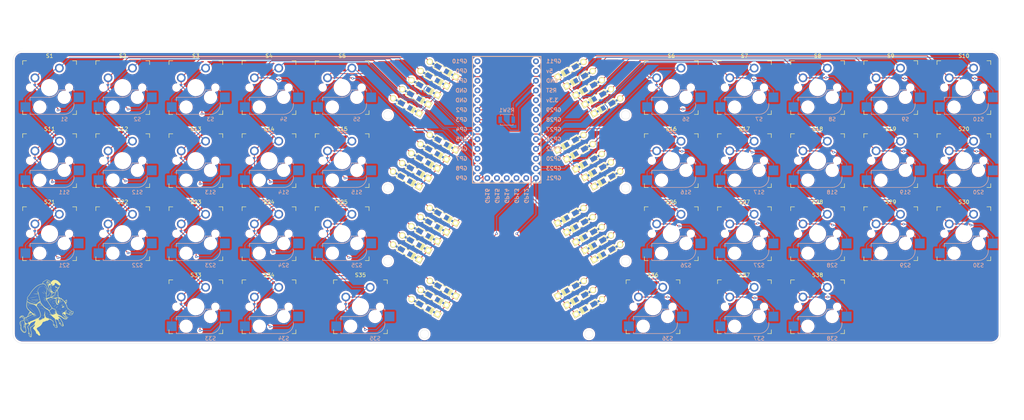
<source format=kicad_pcb>
(kicad_pcb (version 20240108) (generator "pcbnew") (generator_version "8.0")
  (layers (0 "F.Cu" signal) (31 "B.Cu" signal) (34 "B.Paste" user) (35 "F.Paste" user) (36 "B.SilkS" user "B.Silkscreen") (37 "F.SilkS" user "F.Silkscreen") (38 "B.Mask" user) (39 "F.Mask" user) (44 "Edge.Cuts" user))
  (net 0 "")
  (net 1 "Net-(D1-A)")
  (net 2 "Row 0")
  (net 3 "Net-(D2-A)")
  (net 4 "Net-(D3-A)")
  (net 5 "Net-(D4-A)")
  (net 6 "Net-(D5-A)")
  (net 7 "Net-(D6-A)")
  (net 8 "Net-(D7-A)")
  (net 9 "Net-(D8-A)")
  (net 10 "Net-(D9-A)")
  (net 11 "Net-(D10-A)")
  (net 12 "Row 1")
  (net 13 "Net-(D11-A)")
  (net 14 "Net-(D12-A)")
  (net 15 "Net-(D13-A)")
  (net 16 "Net-(D14-A)")
  (net 17 "Net-(D15-A)")
  (net 18 "Net-(D16-A)")
  (net 19 "Net-(D17-A)")
  (net 20 "Net-(D18-A)")
  (net 21 "Net-(D19-A)")
  (net 22 "Net-(D20-A)")
  (net 23 "Net-(D21-A)")
  (net 24 "Row 2")
  (net 25 "Net-(D22-A)")
  (net 26 "Net-(D23-A)")
  (net 27 "Net-(D24-A)")
  (net 28 "Net-(D25-A)")
  (net 29 "Net-(D26-A)")
  (net 30 "Net-(D27-A)")
  (net 31 "Net-(D28-A)")
  (net 32 "Net-(D29-A)")
  (net 33 "Net-(D30-A)")
  (net 34 "Net-(D33-A)")
  (net 35 "Row 3")
  (net 36 "Net-(D34-A)")
  (net 37 "Net-(D35-A)")
  (net 38 "Net-(D36-A)")
  (net 39 "Net-(D37-A)")
  (net 40 "Net-(D38-A)")
  (net 41 "Col 0")
  (net 42 "Col 1")
  (net 43 "Col 2")
  (net 44 "Col 3")
  (net 45 "Col 4")
  (net 46 "Col 5")
  (net 47 "Col 6")
  (net 48 "Col 7")
  (net 49 "Col 8")
  (net 50 "Col 9")
  (net 52 "gnd")
  (net 63 "reset")
  (footprint "daprice:Kailh_socket_MX_optional" (layer "F.Cu") (at 85.725 109.5375)
    (property "Reference" "S34")
    (property "Value" "Keyswitch")
  )
  (footprint "KEEBIO:Diode-dual" (layer "F.Cu") (at 126.20625 52.3875 -30)
    (property "Reference" "D3" (hide yes))
    (property "Value" "Diode" (hide yes))
  )
  (footprint "KEEBIO:Diode-dual" (layer "F.Cu") (at 169.03125 52.4125 -150)
    (property "Reference" "D8" (hide yes))
    (property "Value" "Diode" (hide yes))
  )
  (footprint "daprice:Kailh_socket_MX_optional" (layer "F.Cu") (at 85.725 52.3875)
    (property "Reference" "S4")
    (property "Value" "Keyswitch")
  )
  (footprint "daprice:Kailh_socket_MX_optional" (layer "F.Cu") (at 209.55 90.4875)
    (property "Reference" "S27")
    (property "Value" "Keyswitch")
  )
  (footprint "KEEBIO:Diode-dual" (layer "F.Cu") (at 128.6125 107.14375 -30)
    (property "Reference" "D34" (hide yes))
    (property "Value" "Diode" (hide yes))
  )
  (footprint "daprice:Kailh_socket_MX_optional" (layer "F.Cu") (at 185.7375 109.5375)
    (property "Reference" "S36")
    (property "Value" "Keyswitch")
  )
  (footprint "LOGO" (layer "F.Cu") (at 27.375331 109.836386)
    (property "Reference" "G***" (hide yes))
    (property "Value" "LOGO" (hide yes))
  )
  (footprint "daprice:Kailh_socket_MX_optional" (layer "F.Cu") (at 247.65 71.4375)
    (property "Reference" "S19")
    (property "Value" "Keyswitch")
  )
  (footprint "daprice:Kailh_socket_MX_optional" (layer "F.Cu") (at 47.625 90.4875)
    (property "Reference" "S22")
    (property "Value" "Keyswitch")
  )
  (footprint "daprice:Kailh_socket_MX_optional" (layer "F.Cu") (at 209.55 71.4375)
    (property "Reference" "S17")
    (property "Value" "Keyswitch")
  )
  (footprint "daprice:Kailh_socket_MX_optional" (layer "F.Cu") (at 47.625 52.3875)
    (property "Reference" "S2")
    (property "Value" "Keyswitch")
  )
  (footprint "daprice:Kailh_socket_MX_optional" (layer "F.Cu") (at 266.7 90.4875)
    (property "Reference" "S30")
    (property "Value" "Keyswitch")
  )
  (footprint "KEEBIO:Diode-dual" (layer "F.Cu") (at 171.4125 54.79375 -150)
    (property "Reference" "D7" (hide yes))
    (property "Value" "Diode" (hide yes))
  )
  (footprint "KEEBIO:Diode-dual" (layer "F.Cu") (at 164.26875 85.75 -150)
    (property "Reference" "D30" (hide yes))
    (property "Value" "Diode" (hide yes))
  )
  (footprint "daprice:Kailh_socket_MX_optional" (layer "F.Cu") (at 209.55 109.5375)
    (property "Reference" "S37")
    (property "Value" "Keyswitch")
  )
  (footprint "daprice:Kailh_socket_MX_optional" (layer "F.Cu") (at 266.7 71.4375)
    (property "Reference" "S20")
    (property "Value" "Keyswitch")
  )
  (footprint "KEEBIO:Diode-dual" (layer "F.Cu") (at 128.5875 50.00625 -30)
    (property "Reference" "D2" (hide yes))
    (property "Value" "Diode" (hide yes))
  )
  (footprint "KEEBIO:Diode-dual" (layer "F.Cu") (at 123.8125 92.89375 -30)
    (property "Reference" "D24" (hide yes))
    (property "Value" "Diode" (hide yes))
  )
  (footprint "KEEBIO:Diode-dual" (layer "F.Cu") (at 169.09375 109.525 -150)
    (property "Reference" "D36" (hide yes))
    (property "Value" "Diode" (hide yes))
  )
  (footprint "KEEBIO:Diode-dual" (layer "F.Cu") (at 126.175 71.48125 -30)
    (property "Reference" "D13" (hide yes))
    (property "Value" "Diode" (hide yes))
  )
  (footprint "daprice:Kailh_socket_MX_optional" (layer "F.Cu") (at 85.725 71.4375)
    (property "Reference" "S14")
    (property "Value" "Keyswitch")
  )
  (footprint "daprice:Kailh_socket_MX_optional" (layer "F.Cu") (at 228.6 90.4875)
    (property "Reference" "S28")
    (property "Value" "Keyswitch")
  )
  (footprint "daprice:Kailh_socket_MX_optional" (layer "F.Cu") (at 104.775 52.3875)
    (property "Reference" "S5")
    (property "Value" "Keyswitch")
  )
  (footprint "KEEBIO:Diode-dual" (layer "F.Cu") (at 173.79375 95.275 -150)
    (property "Reference" "D26" (hide yes))
    (property "Value" "Diode" (hide yes))
  )
  (footprint "daprice:Kailh_socket_MX_optional" (layer "F.Cu") (at 190.5 52.3875)
    (property "Reference" "S6")
    (property "Value" "Keyswitch")
  )
  (footprint "KEEBIO:Diode-dual" (layer "F.Cu") (at 171.4125 73.84375 -150)
    (property "Reference" "D17" (hide yes))
    (property "Value" "Diode" (hide yes))
  )
  (footprint "daprice:Kailh_socket_MX_optional" (layer "F.Cu") (at 28.575 90.4875)
    (property "Reference" "S21")
    (property "Value" "Keyswitch")
  )
  (footprint "daprice:Kailh_socket_MX_optional" (layer "F.Cu") (at 66.675 71.4375)
    (property "Reference" "S13")
    (property "Value" "Keyswitch")
  )
  (footprint "KEEBIO:Diode-dual" (layer "F.Cu") (at 123.79375 74.0525 -30)
    (property "Reference" "D14" (hide yes))
    (property "Value" "Diode" (hide yes))
  )
  (footprint "KEEBIO:Diode-dual" (layer "F.Cu") (at 173.79375 57.175 -150)
    (property "Reference" "D6" (hide yes))
    (property "Value" "Diode" (hide yes))
  )
  (footprint "KEEBIO:Diode-dual" (layer "F.Cu") (at 121.4125 76.24375 -30)
    (property "Reference" "D15" (hide yes))
    (property "Value" "Diode" (hide yes))
  )
  (footprint "daprice:Kailh_socket_MX_optional" (layer "F.Cu") (at 228.6 71.4375)
    (property "Reference" "S18")
    (property "Value" "Keyswitch")
  )
  (footprint "KEEBIO:Diode-dual" (layer "F.Cu") (at 164.33125 104.7625 -150)
    (property "Reference" "D38" (hide yes))
    (property "Value" "Diode" (hide yes))
  )
  (footprint "KEEBIO:Diode-dual" (layer "F.Cu") (at 123.825 54.76875 -30)
    (property "Reference" "D4" (hide yes))
    (property "Value" "Diode" (hide yes))
  )
  (footprint "daprice:Kailh_socket_MX_optional" (layer "F.Cu") (at 66.675 90.4875)
    (property "Reference" "S23")
    (property "Value" "Keyswitch")
  )
  (footprint "daprice:Kailh_socket_MX_optional" (layer "F.Cu") (at 247.65 90.4875)
    (property "Reference" "S29")
    (property "Value" "Keyswitch")
  )
  (footprint "KEEBIO:Diode-dual" (layer "F.Cu") (at 121.44375 57.15 -30)
    (property "Reference" "D5" (hide yes))
    (property "Value" "Diode" (hide yes))
  )
  (footprint "KEEBIO:Diode-dual" (layer "F.Cu") (at 126.23125 109.525 -30)
    (property "Reference" "D35" (hide yes))
    (property "Value" "Diode" (hide yes))
  )
  (footprint "KEEBIO:Diode-dual" (layer "F.Cu") (at 171.4125 92.89375 -150)
    (property "Reference" "D27" (hide yes))
    (property "Value" "Diode" (hide yes))
  )
  (footprint "KEEBIO:Diode-dual" (layer "F.Cu") (at 164.26875 47.65 -150)
    (property "Reference" "D10" (hide yes))
    (property "Value" "Diode" (hide yes))
  )
  (footprint "daprice:Kailh_socket_MX_optional" (layer "F.Cu") (at 28.575 71.4375)
    (property "Reference" "S11")
    (property "Value" "Keyswitch")
  )
  (footprint "KEEBIO:Diode-dual" (layer "F.Cu") (at 128.575 88.13125 -30)
    (property "Reference" "D22" (hide yes))
    (property "Value" "Diode" (hide yes))
  )
  (footprint "daprice:Kailh_socket_MX_optional" (layer "F.Cu") (at 266.7 52.3875)
    (property "Reference" "S10")
    (property "Value" "Keyswitch")
  )
  (footprint "daprice:Kailh_socket_MX_optional" (layer "F.Cu") (at 47.625 71.4375)
    (property "Reference" "S12")
    (property "Value" "Keyswitch")
  )
  (footprint "KEEBIO:Diode-dual" (layer "F.Cu") (at 130.96875 47.625 -30)
    (property "Reference" "D1" (hide yes))
    (property "Value" "Diode" (hide yes))
  )
  (footprint "daprice:Kailh_socket_MX_optional" (layer "F.Cu") (at 104.775 71.4375)
    (property "Reference" "S15")
    (property "Value" "Keyswitch")
  )
  (footprint "daprice:Kailh_socket_MX_optional" (layer "F.Cu") (at 228.6 52.3875)
    (property "Reference" "S8")
    (property "Value" "Keyswitch")
  )
  (footprint "daprice:Kailh_socket_MX_optional" (layer "F.Cu") (at 28.575 52.3875)
    (property "Reference" "S1")
    (property "Value" "Keyswitch")
  )
  (footprint "daprice:Kailh_socket_MX_optional" (layer "F.Cu") (at 190.5 71.4375)
    (property "Reference" "S16")
    (property "Value" "Keyswitch")
  )
  (footprint "daprice:Kailh_socket_MX_optional" (layer "F.Cu") (at 190.5 90.4875)
    (property "Reference" "S26")
    (property "Value" "Keyswitch")
  )
  (footprint "KEEBIO:Diode-dual" (layer "F.Cu") (at 164.26875 66.7 -150)
    (property "Reference" "D20" (hide yes))
    (property "Value" "Diode" (hide yes))
  )
  (footprint "KEEBIO:Diode-dual" (layer "F.Cu") (at 130.95625 85.75 -30)
    (property "Reference" "D21" (hide yes))
    (property "Value" "Diode" (hide yes))
  )
  (footprint "daprice:Kailh_socket_MX_optional" (layer "F.Cu") (at 247.65 52.3875)
    (property "Reference" "S9")
    (property "Value" "Keyswitch")
  )
  (footprint "KEEBIO:Diode-dual" (layer "F.Cu") (at 130.96875 66.675 -30)
    (property "Reference" "D11" (hide yes))
    (property "Value" "Diode" (hide yes))
  )
  (footprint "KEEBIO:Diode-dual" (layer "F.Cu") (at 166.65 69.08125 -150)
    (property "Reference" "D19" (hide yes))
    (property "Value" "Diode" (hide yes))
  )
  (footprint "KEEBIO:Diode-dual" (layer "F.Cu") (at 166.65 88.13125 -150)
    (property "Reference" "D29" (hide yes))
    (property "Value" "Diode" (hide yes))
  )
  (footprint "KEEBIO:Diode-dual" (layer "F.Cu") (at 173.79375 76.225 -150)
    (property "Reference" "D16" (hide yes))
    (property "Value" "Diode" (hide yes))
  )
  (footprint "LOGO" (layer "F.Cu") (at 147.6375 104.775)
    (property "Reference" "G***" (hide yes))
    (property "Value" "LOGO" (hide yes))
  )
  (footprint "KEEBIO:Diode-dual" (layer "F.Cu") (at 166.7125 107.14375 -150)
    (property "Reference" "D37" (hide yes))
    (property "Value" "Diode" (hide yes))
  )
  (footprint "KEEBIO:Diode-dual" (layer "F.Cu") (at 130.99375 104.7625 -30)
    (property "Reference" "D33" (hide yes))
    (property "Value" "Diode" (hide yes))
  )
  (footprint "KEEBIO:Diode-dual" (layer "F.Cu") (at 166.65 50.03125 -150)
    (property "Reference" "D9" (hide yes))
    (property "Value" "Diode" (hide yes))
  )
  (footprint "daprice:Kailh_socket_MX_optional" (layer "F.Cu") (at 66.675 109.5375)
    (property "Reference" "S33")
    (property "Value" "Keyswitch")
  )
  (footprint "ScottoMCU:RP2040_Pro_Micro" (layer "F.Cu") (at 147.6375 62.0325)
    (property "Reference" "U2" (hide yes))
    (property "Value" "RP2040_Pro_Micro" (hide yes))
  )
  (footprint "daprice:Kailh_socket_MX_optional" (layer "F.Cu") (at 109.5375 109.5375)
    (property "Reference" "S35")
    (property "Value" "Keyswitch")
  )
  (footprint "daprice:Kailh_socket_MX_optional" (layer "F.Cu") (at 209.55 52.3875)
    (property "Reference" "S7")
    (property "Value" "Keyswitch")
  )
  (footprint "KEEBIO:Diode-dual" (layer "F.Cu") (at 169.03125 90.7025 -150)
    (property "Reference" "D28" (hide yes))
    (property "Value" "Diode" (hide yes))
  )
  (footprint "daprice:Kailh_socket_MX_optional" (layer "F.Cu") (at 85.725 90.4875)
    (property "Reference" "S24")
    (property "Value" "Keyswitch")
  )
  (footprint "KEEBIO:Diode-dual" (layer "F.Cu") (at 169.03125 71.6525 -150)
    (property "Reference" "D18" (hide yes))
    (property "Value" "Diode" (hide yes))
  )
  (footprint "KEEBIO:Diode-dual" (layer "F.Cu") (at 128.55625 69.1 -30)
    (property "Reference" "D12" (hide yes))
    (property "Value" "Diode" (hide yes))
  )
  (footprint "daprice:Kailh_socket_MX_optional" (layer "F.Cu") (at 66.675 52.3875)
    (property "Reference" "S3")
    (property "Value" "Keyswitch")
  )
  (footprint "daprice:Kailh_socket_MX_optional" (layer "F.Cu") (at 228.6 109.5375)
    (property "Reference" "S38")
    (property "Value" "Keyswitch")
  )
  (footprint "KEEBIO:Diode-dual" (layer "F.Cu") (at 121.43125 95.275 -30)
    (property "Reference" "D25" (hide yes))
    (property "Value" "Diode" (hide yes))
  )
  (footprint "KEEBIO:Diode-dual" (layer "F.Cu") (at 126.19375 90.5125 -30)
    (property "Reference" "D23" (hide yes))
    (property "Value" "Diode" (hide yes))
  )
  (footprint "daprice:Kailh_socket_MX_optional" (layer "F.Cu") (at 104.775 90.4875)
    (property "Reference" "S25")
    (property "Value" "Keyswitch")
  )
  (footprint "Button_Switch_SMD:SW_SPST_B3U-1000P" (layer "B.Cu") (at 147.6375 60.7825 180)
    (property "Reference" "RSW1")
    (property "Value" "SW_Push")
  )
  (gr_line (start 276.225 45.24375) (end 276.225 116.68125) (stroke (width 0.05)) (layer "Edge.Cuts"))
  (gr_circle (center 178.59375 97.63125) (end 177.56875 97.18125) (stroke (width 0.05)) (fill none) (layer "Edge.Cuts"))
  (gr_line (start 19.05 116.68125) (end 19.05 45.24375) (stroke (width 0.05)) (layer "Edge.Cuts"))
  (gr_circle (center 169.06875 116.68125) (end 170.09375 117.13125) (stroke (width 0.05)) (fill none) (layer "Edge.Cuts"))
  (gr_circle (center 178.59375 59.53125) (end 179.61875 59.98125) (stroke (width 0.05)) (fill none) (layer "Edge.Cuts"))
  (gr_line (start 21.43125 42.8625) (end 273.84375 42.8625) (stroke (width 0.05)) (layer "Edge.Cuts"))
  (gr_line (start 273.84375 119.0625) (end 21.43125 119.0625) (stroke (width 0.05)) (layer "Edge.Cuts"))
  (gr_arc (start 273.846202 42.862548) (mid 275.53 43.56) (end 276.227452 45.243798) (stroke (width 0.05)) (layer "Edge.Cuts"))
  (gr_circle (center 116.68125 78.58125) (end 117.70625 79.03125) (stroke (width 0.05)) (fill none) (layer "Edge.Cuts"))
  (gr_arc (start 19.05 45.24375) (mid 19.747452 43.559952) (end 21.43125 42.8625) (stroke (width 0.05)) (layer "Edge.Cuts"))
  (gr_circle (center 116.68125 97.63125) (end 115.65625 97.18125) (stroke (width 0.05)) (fill none) (layer "Edge.Cuts"))
  (gr_circle (center 126.20625 116.68125) (end 127.23125 117.13125) (stroke (width 0.05)) (fill none) (layer "Edge.Cuts"))
  (gr_arc (start 21.433798 119.057452) (mid 19.75 118.36) (end 19.052548 116.676202) (stroke (width 0.05)) (layer "Edge.Cuts"))
  (gr_arc (start 276.227452 116.676202) (mid 275.53 118.36) (end 273.846202 119.057452) (stroke (width 0.05)) (layer "Edge.Cuts"))
  (gr_circle (center 116.68125 59.53125) (end 117.70625 59.98125) (stroke (width 0.05)) (fill none) (layer "Edge.Cuts"))
  (gr_circle (center 178.59375 78.58125) (end 179.61875 79.03125) (stroke (width 0.05)) (fill none) (layer "Edge.Cuts"))
  (gr_text "github.com/TMRZ-1/36ribs" (at 273 111 0) (layer "B.Cu") (effects (font (size 1.5 1.5) (thickness 0.3) (bold yes)) (justify left bottom mirror)))
  (segment (start 30.5125 44.1) (end 24.765 49.8475) (width 0.2) (layer "F.Cu") (net 1))
  (segment (start 24.765 51.892275) (end 24.765 49.8475) (width 0.2) (layer "F.Cu") (net 1))
  (segment (start 30.75 58.25) (end 30.75 57.877275) (width 0.2) (layer "F.Cu") (net 1))
  (segment (start 30.75 57.877275) (end 24.765 51.892275) (width 0.2) (layer "F.Cu") (net 1))
  (segment (start 127.591251 45.675) (end 126.016251 44.1) (width 0.2) (layer "F.Cu") (net 1))
  (segment (start 126.016251 44.1) (end 30.5125 44.1) (width 0.2) (layer "F.Cu") (net 1))
  (via (at 30.75 58.25) (size 0.6) (drill 0.3) (layers "F.Cu" "B.Cu") (net 1))
  (segment (start 32.8125 58.25) (end 30.75 58.25) (width 0.2) (layer "B.Cu") (net 1))
  (segment (start 36.135 54.9275) (end 32.8125 58.25) (width 0.2) (layer "B.Cu") (net 1))
  (segment (start 160.891251 49.6) (end 160.791251 49.5) (width 0.2) (layer "F.Cu") (net 2))
  (segment (start 142.5 49.5) (end 142.5 57) (width 0.2) (layer "F.Cu") (net 2))
  (segment (start 142 50) (end 142 56.24) (width 0.2) (layer "F.Cu") (net 2))
  (segment (start 127.202499 56.71875) (end 129.583749 54.3375) (width 0.2) (layer "F.Cu") (net 2))
  (segment (start 142.5 57) (end 141.2775 58.2225) (width 0.2) (layer "F.Cu") (net 2))
  (segment (start 129.583749 54.3375) (end 131.964999 51.95625) (width 0.2) (layer "F.Cu") (net 2))
  (segment (start 160.791251 49.5) (end 142.5 49.5) (width 0.2) (layer "F.Cu") (net 2))
  (segment (start 124.821249 59.1) (end 127.202499 56.71875) (width 0.2) (layer "F.Cu") (net 2))
  (segment (start 165.653751 54.3625) (end 168.035001 56.74375) (width 0.2) (layer "F.Cu") (net 2))
  (segment (start 141.5405 49.5405) (end 142 50) (width 0.2) (layer "F.Cu") (net 2))
  (segment (start 165.653751 54.3625) (end 163.272501 51.98125) (width 0.2) (layer "F.Cu") (net 2))
  (segment (start 134.346249 49.575) (end 134.380749 49.5405) (width 0.2) (layer "F.Cu") (net 2))
  (segment (start 134.380749 49.5405) (end 141.5405 49.5405) (width 0.2) (layer "F.Cu") (net 2))
  (segment (start 142 56.24) (end 140.0175 58.2225) (width 0.2) (layer "F.Cu") (net 2))
  (segment (start 170.416251 59.125) (end 168.035001 56.74375) (width 0.2) (layer "F.Cu") (net 2))
  (segment (start 134.346249 49.575) (end 131.964999 51.95625) (width 0.2) (layer "F.Cu") (net 2))
  (segment (start 141.2775 58.2225) (end 140.0175 58.2225) (width 0.2) (layer "F.Cu") (net 2))
  (segment (start 160.891251 49.6) (end 163.272501 51.98125) (width 0.2) (layer "F.Cu") (net 2))
  (segment (start 121.653751 44.5) (end 49.1625 44.5) (width 0.2) (layer "F.Cu") (net 3))
  (segment (start 49.1625 44.5) (end 43.815 49.8475) (width 0.2) (layer "F.Cu") (net 3))
  (segment (start 125.210001 48.05625) (end 121.653751 44.5) (width 0.2) (layer "F.Cu") (net 3))
  (segment (start 49 58) (end 43.815 52.815) (width 0.2) (layer "F.Cu") (net 3))
  (segment (start 43.815 52.815) (end 43.815 49.8475) (width 0.2) (layer "F.Cu") (net 3))
  (via (at 49 58) (size 0.6) (drill 0.3) (layers "F.Cu" "B.Cu") (net 3))
  (segment (start 52.1125 58) (end 49 58) (width 0.2) (layer "B.Cu") (net 3))
  (segment (start 55.185 54.9275) (end 52.1125 58) (width 0.2) (layer "B.Cu") (net 3))
  (segment (start 122.828751 50.4375) (end 117.291251 44.9) (width 0.2) (layer "F.Cu") (net 4))
  (segment (start 62.865 51.892275) (end 62.865 49.8475) (width 0.2) (layer "F.Cu") (net 4))
  (segment (start 68.25 59.25) (end 68.25 57.277275) (width 0.2) (layer "F.Cu") (net 4))
  (segment (start 67.8125 44.9) (end 62.865 49.8475) (width 0.2) (layer "F.Cu") (net 4))
  (segment (start 68.25 57.277275) (end 62.865 51.892275) (width 0.2) (layer "F.Cu") (net 4))
  (segment (start 117.291251 44.9) (end 67.8125 44.9) (width 0.2) (layer "F.Cu") (net 4))
  (via (at 68.25 59.25) (size 0.6) (drill 0.3) (layers "F.Cu" "B.Cu") (net 4))
  (segment (start 69.9125 59.25) (end 68.25 59.25) (width 0.2) (layer "B.Cu") (net 4))
  (segment (start 74.235 54.9275) (end 69.9125 59.25) (width 0.2) (layer "B.Cu") (net 4))
  (segment (start 88.25 50.25) (end 87.75 50.25) (width 0.2) (layer "F.Cu") (net 5))
  (segment (start 120.447501 52.81875) (end 112.928751 45.3) (width 0.2) (layer "F.Cu") (net 5))
  (segment (start 87.75 50.25) (end 87.3475 49.8475) (width 0.2) (layer "F.Cu") (net 5))
  (segment (start 112.928751 45.3) (end 86.4625 45.3) (width 0.2) (layer "F.Cu") (net 5))
  (segment (start 87.3475 49.8475) (end 81.915 49.8475) (width 0.2) (layer "F.Cu") (net 5))
  (segment (start 86.4625 45.3) (end 81.915 49.8475) (width 0.2) (layer "F.Cu") (net 5))
  (via (at 88.25 50.25) (size 0.6) (drill 0.3) (layers "F.Cu" "B.Cu") (net 5))
  (segment (start 90.365829 50.25) (end 88.25 50.25) (width 0.2) (layer "B.Cu") (net 5))
  (segment (start 93.285 54.9275) (end 93.285 53.169171) (width 0.2) (layer "B.Cu") (net 5))
  (segment (start 93.285 53.169171) (end 90.365829 50.25) (width 0.2) (layer "B.Cu") (net 5))
  (segment (start 111.616751 48.7505) (end 102.2505 48.7505) (width 0.2) (layer "F.Cu") (net 6))
  (segment (start 102 48.5) (end 100.965 49.535) (width 0.2) (layer "F.Cu") (net 6))
  (segment (start 107.5 50) (end 107.3475 49.8475) (width 0.2) (layer "F.Cu") (net 6))
  (segment (start 118.066251 55.2) (end 111.616751 48.7505) (width 0.2) (layer "F.Cu") (net 6))
  (segment (start 100.965 49.535) (end 100.965 49.8475) (width 0.2) (layer "F.Cu") (net 6))
  (segment (start 107.3475 49.8475) (end 100.965 49.8475) (width 0.2) (layer "F.Cu") (net 6))
  (segment (start 102.2505 48.7505) (end 102 48.5) (width 0.2) (layer "F.Cu") (net 6))
  (via (at 107.5 50) (size 0.6) (drill 0.3) (layers "F.Cu" "B.Cu") (net 6))
  (segment (start 109.165829 50) (end 107.5 50) (width 0.2) (layer "B.Cu") (net 6))
  (segment (start 112.335 54.9275) (end 112.335 53.169171) (width 0.2) (layer "B.Cu") (net 6))
  (segment (start 112.335 53.169171) (end 109.165829 50) (width 0.2) (layer "B.Cu") (net 6))
  (segment (start 193.5 58) (end 192.797725 58) (width 0.2) (layer "F.Cu") (net 7))
  (segment (start 184.8475 49.8475) (end 186.69 49.8475) (width 0.2) (layer "F.Cu") (net 7))
  (segment (start 183.396249 49) (end 184 49) (width 0.2) (layer "F.Cu") (net 7))
  (segment (start 186.69 51.892275) (end 186.69 49.8475) (width 0.2) (layer "F.Cu") (net 7))
  (segment (start 184 49) (end 184.8475 49.8475) (width 0.2) (layer "F.Cu") (net 7))
  (segment (start 177.171249 55.225) (end 183.396249 49) (width 0.2) (layer "F.Cu") (net 7))
  (segment (start 192.797725 58) (end 186.69 51.892275) (width 0.2) (layer "F.Cu") (net 7))
  (via (at 193.5 58) (size 0.6) (drill 0.3) (layers "F.Cu" "B.Cu") (net 7))
  (segment (start 198.06 54.9275) (end 194.9875 58) (width 0.2) (layer "B.Cu") (net 7))
  (segment (start 194.9875 58) (end 193.5 58) (width 0.2) (layer "B.Cu") (net 7))
  (segment (start 182.333749 45.3) (end 201.1925 45.3) (width 0.2) (layer "F.Cu") (net 8))
  (segment (start 211.3475 49.8475) (end 205.74 49.8475) (width 0.2) (layer "F.Cu") (net 8))
  (segment (start 211.75 50.25) (end 211.3475 49.8475) (width 0.2) (layer "F.Cu") (net 8))
  (segment (start 212 50.25) (end 211.75 50.25) (width 0.2) (layer "F.Cu") (net 8))
  (segment (start 174.789999 52.84375) (end 182.333749 45.3) (width 0.2) (layer "F.Cu") (net 8))
  (segment (start 201.1925 45.3) (end 205.74 49.8475) (width 0.2) (layer "F.Cu") (net 8))
  (via (at 212 50.25) (size 0.6) (drill 0.3) (layers "F.Cu" "B.Cu") (net 8))
  (segment (start 214.190829 50.25) (end 212 50.25) (width 0.2) (layer "B.Cu") (net 8))
  (segment (start 217.11 54.9275) (end 217.11 53.169171) (width 0.2) (layer "B.Cu") (net 8))
  (segment (start 217.11 53.169171) (end 214.190829 50.25) (width 0.2) (layer "B.Cu") (net 8))
  (segment (start 172.408749 50.4625) (end 177.971249 44.9) (width 0.2) (layer "F.Cu") (net 9))
  (segment (start 219.8425 44.9) (end 224.79 49.8475) (width 0.2) (layer "F.Cu") (net 9))
  (segment (start 230.6525 49.8475) (end 224.79 49.8475) (width 0.2) (layer "F.Cu") (net 9))
  (segment (start 230.75 49.75) (end 230.6525 49.8475) (width 0.2) (layer "F.Cu") (net 9))
  (segment (start 177.971249 44.9) (end 219.8425 44.9) (width 0.2) (layer "F.Cu") (net 9))
  (via (at 230.75 49.75) (size 0.6) (drill 0.3) (layers "F.Cu" "B.Cu") (net 9))
  (segment (start 236.16 53.169171) (end 232.740829 49.75) (width 0.2) (layer "B.Cu") (net 9))
  (segment (start 236.16 54.9275) (end 236.16 53.169171) (width 0.2) (layer "B.Cu") (net 9))
  (segment (start 232.740829 49.75) (end 230.75 49.75) (width 0.2) (layer "B.Cu") (net 9))
  (segment (start 250.5975 49.8475) (end 243.84 49.8475) (width 0.2) (layer "F.Cu") (net 10))
  (segment (start 250.75 50) (end 250.5975 49.8475) (width 0.2) (layer "F.Cu") (net 10))
  (segment (start 251.25 50) (end 250.75 50) (width 0.2) (layer "F.Cu") (net 10))
  (segment (start 170.027499 48.08125) (end 173.608749 44.5) (width 0.2) (layer "F.Cu") (net 10))
  (segment (start 173.608749 44.5) (end 238.4925 44.5) (width 0.2) (layer "F.Cu") (net 10))
  (segment (start 238.4925 44.5) (end 243.84 49.8475) (width 0.2) (layer "F.Cu") (net 10))
  (via (at 251.25 50) (size 0.6) (drill 0.3) (layers "F.Cu" "B.Cu") (net 10))
  (segment (start 255.21 54.9275) (end 255.21 53.169171) (width 0.2) (layer "B.Cu") (net 10))
  (segment (start 255.21 53.169171) (end 252.040829 50) (width 0.2) (layer "B.Cu") (net 10))
  (segment (start 252.040829 50) (end 251.25 50) (width 0.2) (layer "B.Cu") (net 10))
  (segment (start 269 50) (end 268.8475 49.8475) (width 0.2) (layer "F.Cu") (net 11))
  (segment (start 257.1425 44.1) (end 262.89 49.8475) (width 0.2) (layer "F.Cu") (net 11))
  (segment (start 167.646249 45.7) (end 169.246249 44.1) (width 0.2) (layer "F.Cu") (net 11))
  (segment (start 269.5 50) (end 269 50) (width 0.2) (layer "F.Cu") (net 11))
  (segment (start 169.246249 44.1) (end 257.1425 44.1) (width 0.2) (layer "F.Cu") (net 11))
  (segment (start 268.8475 49.8475) (end 262.89 49.8475) (width 0.2) (layer "F.Cu") (net 11))
  (via (at 269.5 50) (size 0.6) (drill 0.3) (layers "F.Cu" "B.Cu") (net 11))
  (segment (start 274.26 54.9275) (end 274.26 53.169171) (width 0.2) (layer "B.Cu") (net 11))
  (segment (start 271.090829 50) (end 269.5 50) (width 0.2) (layer "B.Cu") (net 11))
  (segment (start 274.26 53.169171) (end 271.090829 50) (width 0.2) (layer "B.Cu") (net 11))
  (segment (start 165.653751 73.4125) (end 165.653751 73.6025) (width 0.2) (layer "F.Cu") (net 12))
  (segment (start 163.272501 71.03125) (end 165.653751 73.4125) (width 0.2) (layer "F.Cu") (net 12))
  (segment (start 167.845001 75.79375) (end 168.035001 75.79375) (width 0.2) (layer "F.Cu") (net 12))
  (segment (start 131.933749 71.05) (end 129.552499 73.43125) (width 0.2) (layer "F.Cu") (net 12))
  (segment (start 141.2625 60.7625) (end 140.0175 60.7625) (width 0.2) (layer "F.Cu") (net 12))
  (segment (start 165.653751 73.6025) (end 167.845001 75.79375) (width 0.2) (layer "F.Cu") (net 12))
  (segment (start 160.891251 68.65) (end 163.272501 71.03125) (width 0.2) (layer "F.Cu") (net 12))
  (segment (start 142 61.5) (end 141.2625 60.7625) (width 0.2) (layer "F.Cu") (net 12))
  (segment (start 129.552499 73.62125) (end 129.552499 73.43125) (width 0.2) (layer "F.Cu") (net 12))
  (segment (start 143.5 64.5) (end 142 63) (width 0.2) (layer "F.Cu") (net 12))
  (segment (start 134.346249 68.625) (end 138.471249 64.5) (width 0.2) (layer "F.Cu") (net 12))
  (segment (start 156.741251 64.5) (end 143.5 64.5) (width 0.2) (layer "F.Cu") (net 12))
  (segment (start 168.035001 75.79375) (end 170.416251 78.175) (width 0.2) (layer "F.Cu") (net 12))
  (segment (start 141.5 62.245) (end 140.0175 60.7625) (width 0.2) (layer "F.Cu") (net 12))
  (segment (start 126.981249 76.0025) (end 127.171249 76.0025) (width 0.2) (layer "F.Cu") (net 12))
  (segment (start 160.891251 68.65) (end 156.741251 64.5) (width 0.2) (layer "F.Cu") (net 12))
  (segment (start 124.789999 78.19375) (end 126.981249 76.0025) (width 0.2) (layer "F.Cu") (net 12))
  (segment (start 131.933749 71.0375) (end 131.933749 71.05) (width 0.2) (layer "F.Cu") (net 12))
  (segment (start 142 63) (end 142 61.5) (width 0.2) (layer "F.Cu") (net 12))
  (segment (start 141.5 64.5) (end 141.5 62.245) (width 0.2) (layer "F.Cu") (net 12))
  (segment (start 134.346249 68.625) (end 131.933749 71.0375) (width 0.2) (layer "F.Cu") (net 12))
  (segment (start 127.171249 76.0025) (end 129.552499 73.62125) (width 0.2) (layer "F.Cu") (net 12))
  (segment (start 138.471249 64.5) (end 141.5 64.5) (width 0.2) (layer "F.Cu") (net 12))
  (segment (start 24.765 70.942275) (end 24.765 68.8975) (width 0.2) (layer "F.Cu") (net 13))
  (segment (start 125.966251 63.1) (end 30.5625 63.1) (width 0.2) (layer "F.Cu") (net 13))
  (segment (start 29.25 75.427275) (end 24.765 70.942275) (width 0.2) (layer "F.Cu") (net 13))
  (segment (start 30.5625 63.1) (end 24.765 68.8975) (width 0.2) (layer "F.Cu") (net 13))
  (segment (start 127.591251 64.725) (end 125.966251 63.1) (width 0.2) (layer "F.Cu") (net 13))
  (segment (start 29.25 77) (end 29.25 75.427275) (width 0.2) (layer "F.Cu") (net 13))
  (via (at 29.25 77) (size 0.6) (drill 0.3) (layers "F.Cu" "B.Cu") (net 13))
  (segment (start 36.135 73.9775) (end 33.1125 77) (width 0.2) (layer "B.Cu") (net 13))
  (segment (start 33.1125 77) (end 29.25 77) (width 0.2) (layer "B.Cu") (net 13))
  (segment (start 43.815 72.315) (end 43.815 68.8975) (width 0.2) (layer "F.Cu") (net 14))
  (segment (start 49.2125 63.5) (end 43.815 68.8975) (width 0.2) (layer "F.Cu") (net 14))
  (segment (start 48.25 76.75) (end 43.815 72.315) (width 0.2) (layer "F.Cu") (net 14))
  (segment (start 125.178751 67.15) (end 121.528751 63.5) (width 0.2) (layer "F.Cu") (net 14))
  (segment (start 121.528751 63.5) (end 49.2125 63.5) (width 0.2) (layer "F.Cu") (net 14))
  (via (at 48.25 76.75) (size 0.6) (drill 0.3) (layers "F.Cu" "B.Cu") (net 14))
  (segment (start 55.185 73.9775) (end 52.4125 76.75) (width 0.2) (layer "B.Cu") (net 14))
  (segment (start 52.4125 76.75) (end 48.25 76.75) (width 0.2) (layer "B.Cu") (net 14))
  (segment (start 117.2 63.933749) (end 117.2 63.9) (width 0.2) (layer "F.Cu") (net 15))
  (segment (start 122.797501 69.53125) (end 117.2 63.933749) (width 0.2) (layer "F.Cu") (net 15))
  (segment (start 67.8625 63.9) (end 62.865 68.8975) (width 0.2) (layer "F.Cu") (net 15))
  (segment (start 117.2 63.9) (end 67.8625 63.9) (width 0.2) (layer "F.Cu") (net 15))
  (segment (start 67.75 77.5) (end 67.75 75.827275) (width 0.2) (layer "F.Cu") (net 15))
  (segment (start 67.75 75.827275) (end 62.865 70.942275) (width 0.2) (layer "F.Cu") (net 15))
  (segment (start 62.865 70.942275) (end 62.865 68.8975) (width 0.2) (layer "F.Cu") (net 15))
  (via (at 67.75 77.5) (size 0.6) (drill 0.3) (layers "F.Cu" "B.Cu") (net 15))
  (segment (start 74.235 73.9775) (end 70.7125 77.5) (width 0.2) (layer "B.Cu") (net 15))
  (segment (start 70.7125 77.5) (end 67.75 77.5) (width 0.2) (layer "B.Cu") (net 15))
  (segment (start 86.5125 64.3) (end 81.915 68.8975) (width 0.2) (layer "F.Cu") (net 16))
  (segment (start 86 77) (end 86 76.716205) (width 0.2) (layer "F.Cu") (net 16))
  (segment (start 86 76.716205) (end 81.915 72.631205) (width 0.2) (layer "F.Cu") (net 16))
  (segment (start 81.915 72.631205) (end 81.915 68.8975) (width 0.2) (layer "F.Cu") (net 16))
  (segment (start 112.613751 64.3) (end 86.5125 64.3) (width 0.2) (layer "F.Cu") (net 16))
  (segment (start 120.416251 72.1025) (end 112.613751 64.3) (width 0.2) (layer "F.Cu") (net 16))
  (via (at 86 77) (size 0.6) (drill 0.3) (layers "F.Cu" "B.Cu") (net 16))
  (segment (start 93.285 73.9775) (end 90.2625 77) (width 0.2) (layer "B.Cu") (net 16))
  (segment (start 90.2625 77) (end 86 77) (width 0.2) (layer "B.Cu") (net 16))
  (segment (start 110.6 68) (end 109.7025 68.8975) (width 0.2) (layer "F.Cu") (net 17))
  (segment (start 109.7025 68.8975) (end 100.965 68.8975) (width 0.2) (layer "F.Cu") (net 17))
  (segment (start 100.965 71.465) (end 100.965 68.8975) (width 0.2) (layer "F.Cu") (net 17))
  (segment (start 118.035001 74.29375) (end 111.741251 68) (width 0.2) (layer "F.Cu") (net 17))
  (segment (start 105.5 76) (end 100.965 71.465) (width 0.2) (layer "F.Cu") (net 17))
  (segment (start 111.741251 68) (end 110.6 68) (width 0.2) (layer "F.Cu") (net 17))
  (via (at 105.5 76) (size 0.6) (drill 0.3) (layers "F.Cu" "B.Cu") (net 17))
  (segment (start 112.335 73.9775) (end 110.3125 76) (width 0.2) (layer "B.Cu") (net 17))
  (segment (start 110.3125 76) (end 105.5 76) (width 0.2) (layer "B.Cu") (net 17))
  (segment (start 193.25 69) (end 192.75 69) (width 0.2) (layer "F.Cu") (net 18))
  (segment (start 177.171249 74.275) (end 183.446249 68) (width 0.2) (layer "F.Cu") (net 18))
  (segment (start 183.446249 68) (end 183.5 68) (width 0.2) (layer "F.Cu") (net 18))
  (segment (start 192.75 69) (end 192.6475 68.8975) (width 0.2) (layer "F.Cu") (net 18))
  (segment (start 192.6475 68.8975) (end 186.69 68.8975) (width 0.2) (layer "F.Cu") (net 18))
  (segment (start 184.3975 68.8975) (end 186.69 68.8975) (width 0.2) (layer "F.Cu") (net 18))
  (segment (start 183.5 68) (end 184.3975 68.8975) (width 0.2) (layer "F.Cu") (net 18))
  (via (at 193.25 69) (size 0.6) (drill 0.3) (layers "F.Cu" "B.Cu") (net 18))
  (segment (start 198.06 73.9775) (end 198.06 72.219171) (width 0.2) (layer "B.Cu") (net 18))
  (segment (start 198.06 72.219171) (end 194.840829 69) (width 0.2) (layer "B.Cu") (net 18))
  (segment (start 194.840829 69) (end 193.25 69) (width 0.2) (layer "B.Cu") (net 18))
  (segment (start 182.383749 64.3) (end 201.1425 64.3) (width 0.2) (layer "F.Cu") (net 19))
  (segment (start 211.1475 68.8975) (end 205.74 68.8975) (width 0.2) (layer "F.Cu") (net 19))
  (segment (start 174.789999 71.89375) (end 182.383749 64.3) (width 0.2) (layer "F.Cu") (net 19))
  (segment (start 211.5 69.25) (end 211.1475 68.8975) (width 0.2) (layer "F.Cu") (net 19))
  (segment (start 201.1425 64.3) (end 205.74 68.8975) (width 0.2) (layer "F.Cu") (net 19))
  (via (at 211.5 69.25) (size 0.6) (drill 0.3) (layers "F.Cu" "B.Cu") (net 19))
  (segment (start 217.11 73.9775) (end 217.11 72.219171) (width 0.2) (layer "B.Cu") (net 19))
  (segment (start 217.11 72.219171) (end 214.140829 69.25) (width 0.2) (layer "B.Cu") (net 19))
  (segment (start 214.140829 69.25) (end 211.5 69.25) (width 0.2) (layer "B.Cu") (net 19))
  (segment (start 232.75 69.25) (end 232.3975 68.8975) (width 0.2) (layer "F.Cu") (net 20))
  (segment (start 232.3975 68.8975) (end 224.79 68.8975) (width 0.2) (layer "F.Cu") (net 20))
  (segment (start 172.408749 69.7025) (end 178.211249 63.9) (width 0.2) (layer "F.Cu") (net 20))
  (segment (start 219.7925 63.9) (end 224.79 68.8975) (width 0.2) (layer "F.Cu") (net 20))
  (segment (start 178.211249 63.9) (end 219.7925 63.9) (width 0.2) (layer "F.Cu") (net 20))
  (via (at 232.75 69.25) (size 0.6) (drill 0.3) (layers "F.Cu" "B.Cu") (net 20))
  (segment (start 236.16 73.9775) (end 236.16 72.219171) (width 0.2) (layer "B.Cu") (net 20))
  (segment (start 236.16 72.219171) (end 233.190829 69.25) (width 0.2) (layer "B.Cu") (net 20))
  (segment (start 233.190829 69.25) (end 232.75 69.25) (width 0.2) (layer "B.Cu") (net 20))
  (segment (start 251 69) (end 250.5 69) (width 0.2) (layer "F.Cu") (net 21))
  (segment (start 250.5 69) (end 250.3975 68.8975) (width 0.2) (layer "F.Cu") (net 21))
  (segment (start 250.3975 68.8975) (end 243.84 68.8975) (width 0.2) (layer "F.Cu") (net 21))
  (segment (start 238.4425 63.5) (end 243.84 68.8975) (width 0.2) (layer "F.Cu") (net 21))
  (segment (start 170.027499 67.13125) (end 173.658749 63.5) (width 0.2) (layer "F.Cu") (net 21))
  (segment (start 173.658749 63.5) (end 238.4425 63.5) (width 0.2) (layer "F.Cu") (net 21))
  (via (at 251 69) (size 0.6) (drill 0.3) (layers "F.Cu" "B.Cu") (net 21))
  (segment (start 255.21 72.219171) (end 251.990829 69) (width 0.2) (layer "B.Cu") (net 21))
  (segment (start 251.990829 69) (end 251 69) (width 0.2) (layer "B.Cu") (net 21))
  (segment (start 255.21 73.9775) (end 255.21 72.219171) (width 0.2) (layer "B.Cu") (net 21))
  (segment (start 167.646249 64.75) (end 169.296249 63.1) (width 0.2) (layer "F.Cu") (net 22))
  (segment (start 270 69) (end 269.5 69) (width 0.2) (layer "F.Cu") (net 22))
  (segment (start 257.0925 63.1) (end 262.89 68.8975) (width 0.2) (layer "F.Cu") (net 22))
  (segment (start 269.3975 68.8975) (end 262.89 68.8975) (width 0.2) (layer "F.Cu") (net 22))
  (segment (start 169.296249 63.1) (end 257.0925 63.1) (width 0.2) (layer "F.Cu") (net 22))
  (segment (start 269.5 69) (end 269.3975 68.8975) (width 0.2) (layer "F.Cu") (net 22))
  (via (at 270 69) (size 0.6) (drill 0.3) (layers "F.Cu" "B.Cu") (net 22))
  (segment (start 274.26 72.219171) (end 271.040829 69) (width 0.2) (layer "B.Cu") (net 22))
  (segment (start 274.26 73.9775) (end 274.26 72.219171) (width 0.2) (layer "B.Cu") (net 22))
  (segment (start 271.040829 69) (end 270 69) (width 0.2) (layer "B.Cu") (net 22))
  (segment (start 127.578751 83.8) (end 125.478751 81.7) (width 0.2) (layer "F.Cu") (net 23))
  (segment (start 30.75 96.75) (end 24.765 90.765) (width 0.2) (layer "F.Cu") (net 23))
  (segment (start 31.0125 81.7) (end 24.765 87.9475) (width 0.2) (layer "F.Cu") (net 23))
  (segment (start 24.765 90.765) (end 24.765 87.9475) (width 0.2) (layer "F.Cu") (net 23))
  (segment (start 125.478751 81.7) (end 31.0125 81.7) (width 0.2) (layer "F.Cu") (net 23))
  (via (at 30.75 96.75) (size 0.6) (drill 0.3) (layers "F.Cu" "B.Cu") (net 23))
  (segment (start 32.4125 96.75) (end 30.75 96.75) (width 0.2) (layer "B.Cu") (net 23))
  (segment (start 36.135 93.0275) (end 32.4125 96.75) (width 0.2) (layer "B.Cu") (net 23))
  (segment (start 127.189999 94.84375) (end 129.571249 92.4625) (width 0.2) (layer "F.Cu") (net 24))
  (segment (start 160.891251 87.7) (end 163.272501 90.08125) (width 0.2) (layer "F.Cu") (net 24))
  (segment (start 140.9975 76.0025) (end 140.0175 76.0025) (width 0.2) (layer "F.Cu") (net 24))
  (segment (start 153.5 74.5) (end 141.52 74.5) (width 0.2) (layer "F.Cu") (net 24))
  (segment (start 141.52 74.5) (end 140.0175 76.0025) (width 0.2) (layer "F.Cu") (net 24))
  (segment (start 141.4955 75.5045) (end 140.9975 76.0025) (width 0.2) (layer "F.Cu") (net 24))
  (segment (start 165.653751 92.6525) (end 167.845001 94.84375) (width 0.2) (layer "F.Cu") (net 24))
  (segment (start 141.5 80) (end 141.4955 79.9955) (width 0.2) (layer "F.Cu") (net 24))
  (segment (start 124.808749 97.225) (end 127.189999 94.84375) (width 0.2) (layer "F.Cu") (net 24))
  (segment (start 141.4955 79.9955) (end 141.4955 75.5045) (width 0.2) (layer "F.Cu") (net 24))
  (segment (start 167.845001 94.84375) (end 168.035001 94.84375) (width 0.2) (layer "F.Cu") (net 24))
  (segment (start 141.5 80.533749) (end 141.5 80) (width 0.2) (layer "F.Cu") (net 24))
  (segment (start 129.571249 92.4625) (end 131.952499 90.08125) (width 0.2) (layer "F.Cu") (net 24))
  (segment (start 168.035001 94.84375) (end 170.416251 97.225) (width 0.2) (layer "F.Cu") (net 24))
  (segment (start 154 80.808749) (end 154 75) (width 0.2) (layer "F.Cu") (net 24))
  (segment (start 160.891251 87.7) (end 154 80.808749) (width 0.2) (layer "F.Cu") (net 24))
  (segment (start 131.952499 90.08125) (end 134.333749 87.7) (width 0.2) (layer "F.Cu") (net 24))
  (segment (start 163.272501 90.08125) (end 165.653751 92.4625) (width 0.2) (layer "F.Cu") (net 24))
  (segment (start 134.333749 87.7) (end 141.5 80.533749) (width 0.2) (layer "F.Cu") (net 24))
  (segment (start 154 75) (end 153.5 74.5) (width 0.2) (layer "F.Cu") (net 24))
  (segment (start 165.653751 92.4625) (end 165.653751 92.6525) (width 0.2) (layer "F.Cu") (net 24))
  (segment (start 43.815 90.315) (end 43.815 87.9475) (width 0.2) (layer "F.Cu") (net 25))
  (segment (start 49 95.5) (end 43.815 90.315) (width 0.2) (layer "F.Cu") (net 25))
  (segment (start 49.5625 82.2) (end 43.815 87.9475) (width 0.2) (layer "F.Cu") (net 25))
  (segment (start 125.197501 86.18125) (end 121.216251 82.2) (width 0.2) (layer "F.Cu") (net 25))
  (segment (start 121.216251 82.2) (end 49.5625 82.2) (width 0.2) (layer "F.Cu") (net 25))
  (via (at 49 95.5) (size 0.6) (drill 0.3) (layers "F.Cu" "B.Cu") (net 25))
  (segment (start 52.7125 95.5) (end 49 95.5) (width 0.2) (layer "B.Cu") (net 25))
  (segment (start 55.185 93.0275) (end 52.7125 95.5) (width 0.2) (layer "B.Cu") (net 25))
  (segment (start 122.816251 88.5625) (end 117.053751 82.8) (width 0.2) (layer "F.Cu") (net 26))
  (segment (start 68.0125 82.8) (end 62.865 87.9475) (width 0.2) (layer "F.Cu") (net 26))
  (segment (start 62.865 89.992275) (end 62.865 87.9475) (width 0.2) (layer "F.Cu") (net 26))
  (segment (start 66.75 96.5) (end 66.75 93.877275) (width 0.2) (layer "F.Cu") (net 26))
  (segment (start 117.053751 82.8) (end 68.0125 82.8) (width 0.2) (layer "F.Cu") (net 26))
  (segment (start 66.75 93.877275) (end 62.865 89.992275) (width 0.2) (layer "F.Cu") (net 26))
  (via (at 66.75 96.5) (size 0.6) (drill 0.3) (layers "F.Cu" "B.Cu") (net 26))
  (segment (start 74.235 93.0275) (end 70.7625 96.5) (width 0.2) (layer "B.Cu") (net 26))
  (segment (start 70.7625 96.5) (end 66.75 96.5) (width 0.2) (layer "B.Cu") (net 26))
  (segment (start 112.791251 83.3) (end 86.5625 83.3) (width 0.2) (layer "F.Cu") (net 27))
  (segment (start 120.435001 90.94375) (end 112.791251 83.3) (width 0.2) (layer "F.Cu") (net 27))
  (segment (start 81.915 90.415) (end 81.915 87.9475) (width 0.2) (layer "F.Cu") (net 27))
  (segment (start 86.5625 83.3) (end 81.915 87.9475) (width 0.2) (layer "F.Cu") (net 27))
  (segment (start 86.75 95.25) (end 81.915 90.415) (width 0.2) (layer "F.Cu") (net 27))
  (via (at 86.75 95.25) (size 0.6) (drill 0.3) (layers "F.Cu" "B.Cu") (net 27))
  (segment (start 91.0625 95.25) (end 86.75 95.25) (width 0.2) (layer "B.Cu") (net 27))
  (segment (start 93.285 93.0275) (end 91.0625 95.25) (width 0.2) (layer "B.Cu") (net 27))
  (segment (start 106.5 96.75) (end 100.965 91.215) (width 0.2) (layer "F.Cu") (net 28))
  (segment (start 110.0525 87.9475) (end 100.965 87.9475) (width 0.2) (layer "F.Cu") (net 28))
  (segment (start 118.053751 93.325) (end 111.528751 86.8) (width 0.2) (layer "F.Cu") (net 28))
  (segment (start 100.965 91.215) (end 100.965 87.9475) (width 0.2) (layer "F.Cu") (net 28))
  (segment (start 111.2 86.8) (end 110.0525 87.9475) (width 0.2) (layer "F.Cu") (net 28))
  (segment (start 111.528751 86.8) (end 111.2 86.8) (width 0.2) (layer "F.Cu") (net 28))
  (via (at 106.5 96.75) (size 0.6) (drill 0.3) (layers "F.Cu" "B.Cu") (net 28))
  (segment (start 108.6125 96.75) (end 106.5 96.75) (width 0.2) (layer "B.Cu") (net 28))
  (segment (start 112.335 93.0275) (end 108.6125 96.75) (width 0.2) (layer "B.Cu") (net 28))
  (segment (start 192.5 88.5) (end 192.25 88.5) (width 0.2) (layer "F.Cu") (net 29))
  (segment (start 183.696249 86.8) (end 185.5425 86.8) (width 0.2) (layer "F.Cu") (net 29))
  (segment (start 177.171249 93.325) (end 183.696249 86.8) (width 0.2) (layer "F.Cu") (net 29))
  (segment (start 191.6975 87.9475) (end 186.69 87.9475) (width 0.2) (layer "F.Cu") (net 29))
  (segment (start 192.25 88.5) (end 191.6975 87.9475) (width 0.2) (layer "F.Cu") (net 29))
  (segment (start 185.5425 86.8) (end 186.69 87.9475) (width 0.2) (layer "F.Cu") (net 29))
  (via (at 192.5 88.5) (size 0.6) (drill 0.3) (layers "F.Cu" "B.Cu") (net 29))
  (segment (start 198.06 93.0275) (end 198.06 91.269171) (width 0.2) (layer "B.Cu") (net 29))
  (segment (start 195.290829 88.5) (end 192.5 88.5) (width 0.2) (layer "B.Cu") (net 29))
  (segment (start 198.06 91.269171) (end 195.290829 88.5) (width 0.2) (layer "B.Cu") (net 29))
  (segment (start 182.533749 83.2) (end 200.9925 83.2) (width 0.2) (layer "F.Cu") (net 30))
  (segment (start 213 87.75) (end 212.8025 87.9475) (width 0.2) (layer "F.Cu") (net 30))
  (segment (start 200.9925 83.2) (end 205.74 87.9475) (width 0.2) (layer "F.Cu") (net 30))
  (segment (start 212.8025 87.9475) (end 205.74 87.9475) (width 0.2) (layer "F.Cu") (net 30))
  (segment (start 174.789999 90.94375) (end 182.533749 83.2) (width 0.2) (layer "F.Cu") (net 30))
  (via (at 213 87.75) (size 0.6) (drill 0.3) (layers "F.Cu" "B.Cu") (net 30))
  (segment (start 213.590829 87.75) (end 213 87.75) (width 0.2) (layer "B.Cu") (net 30))
  (segment (start 217.11 93.0275) (end 217.11 91.269171) (width 0.2) (layer "B.Cu") (net 30))
  (segment (start 217.11 91.269171) (end 213.590829 87.75) (width 0.2) (layer "B.Cu") (net 30))
  (segment (start 219.5425 82.7) (end 224.79 87.9475) (width 0.2) (layer "F.Cu") (net 31))
  (segment (start 232.5 88.25) (end 232.1975 87.9475) (width 0.2) (layer "F.Cu") (net 31))
  (segment (start 172.408749 88.7525) (end 178.461249 82.7) (width 0.2) (layer "F.Cu") (net 31))
  (segment (start 178.461249 82.7) (end 219.5425 82.7) (width 0.2) (layer "F.Cu") (net 31))
  (segment (start 232.1975 87.9475) (end 224.79 87.9475) (width 0.2) (layer "F.Cu") (net 31))
  (via (at 232.5 88.25) (size 0.6) (drill 0.3) (layers "F.Cu" "B.Cu") (net 31))
  (segment (start 236.16 91.269171) (end 233.140829 88.25) (width 0.2) (layer "B.Cu") (net 31))
  (segment (start 233.140829 88.25) (end 232.5 88.25) (width 0.2) (layer "B.Cu") (net 31))
  (segment (start 236.16 93.0275) (end 236.16 91.269171) (width 0.2) (layer "B.Cu") (net 31))
  (segment (start 250.4475 87.9475) (end 243.84 87.9475) (width 0.2) (layer "F.Cu") (net 32))
  (segment (start 238.0925 82.2) (end 243.84 87.9475) (width 0.2) (layer "F.Cu") (net 32))
  (segment (start 250.5 88) (end 250.4475 87.9475) (width 0.2) (layer "F.Cu") (net 32))
  (segment (start 174.008749 82.2) (end 238.0925 82.2) (width 0.2) (layer "F.Cu") (net 32))
  (segment (start 251 88) (end 250.5 88) (width 0.2) (layer "F.Cu") (net 32))
  (segment (start 170.027499 86.18125) (end 174.008749 82.2) (width 0.2) (layer "F.Cu") (net 32))
  (via (at 251 88) (size 0.6) (drill 0.3) (layers "F.Cu" "B.Cu") (net 32))
  (segment (start 255.21 91.269171) (end 251.940829 88) (width 0.2) (layer "B.Cu") (net 32))
  (segment (start 251.940829 88) (end 251 88) (width 0.2) (layer "B.Cu") (net 32))
  (segment (start 255.21 93.0275) (end 255.21 91.269171) (width 0.2) (layer "B.Cu") (net 32))
  (segment (start 256.5425 81.6) (end 262.89 87.9475) (width 0.2) (layer "F.Cu") (net 33))
  (segment (start 268.1975 87.9475) (end 262.89 87.9475) (width 0.2) (layer "F.Cu") (net 33))
  (segment (start 169.846249 81.6) (end 256.5425 81.6) (width 0.2) (layer "F.Cu") (net 33))
  (segment (start 167.646249 83.8) (end 169.846249 81.6) (width 0.2) (layer "F.Cu") (net 33))
  (segment (start 268.5 88.25) (end 268.1975 87.9475) (width 0.2) (layer "F.Cu") (net 33))
  (via (at 268.5 88.25) (size 0.6) (drill 0.3) (layers "F.Cu" "B.Cu") (net 33))
  (segment (start 271.240829 88.25) (end 268.5 88.25) (width 0.2) (layer "B.Cu") (net 33))
  (segment (start 274.26 93.0275) (end 274.26 91.269171) (width 0.2) (layer "B.Cu") (net 33))
  (segment (start 274.26 91.269171) (end 271.240829 88.25) (width 0.2) (layer "B.Cu") (net 33))
  (segment (start 62.865 109.042275) (end 62.865 106.9975) (width 0.2) (layer "F.Cu") (net 34))
  (segment (start 126.203751 101.4) (end 68.4625 101.4) (width 0.2) (layer "F.Cu") (net 34))
  (segment (start 68.4625 101.4) (end 62.865 106.9975) (width 0.2) (layer "F.Cu") (net 34))
  (segment (start 127.616251 102.8125) (end 126.203751 101.4) (width 0.2) (layer "F.Cu") (net 34))
  (segment (start 67.75 113.927275) (end 62.865 109.042275) (width 0.2) (layer "F.Cu") (net 34))
  (segment (start 67.75 115.75) (end 67.75 113.927275) (width 0.2) (layer "F.Cu") (net 34))
  (via (at 67.75 115.75) (size 0.6) (drill 0.3) (layers "F.Cu" "B.Cu") (net 34))
  (segment (start 70.5625 115.75) (end 67.75 115.75) (width 0.2) (layer "B.Cu") (net 34))
  (segment (start 74.235 112.0775) (end 70.5625 115.75) (width 0.2) (layer "B.Cu") (net 34))
  (segment (start 165.716251 111.475) (end 163.335001 109.09375) (width 0.2) (layer "F.Cu") (net 35))
  (segment (start 129.608749 111.475) (end 131.989999 109.09375) (width 0.2) (layer "F.Cu") (net 35))
  (segment (start 134.371249 101.128751) (end 145 90.5) (width 0.2) (layer "F.Cu") (net 35))
  (segment (start 160.953751 106.7125) (end 160.953751 101.203751) (width 0.2) (layer "F.Cu") (net 35))
  (segment (start 134.371249 106.7125) (end 134.371249 101.128751) (width 0.2) (layer "F.Cu") (net 35))
  (segment (start 163.335001 109.09375) (end 160.953751 106.7125) (width 0.2) (layer "F.Cu") (net 35))
  (segment (start 160.953751 101.203751) (end 150.25 90.5) (width 0.2) (layer "F.Cu") (net 35))
  (segment (start 131.989999 109.09375) (end 134.371249 106.7125) (width 0.2) (layer "F.Cu") (net 35))
  (via (at 150.25 90.5) (size 0.6) (drill 0.3) (layers "F.Cu" "B.Cu") (net 35))
  (via (at 145 90.5) (size 0.6) (drill 0.3) (layers "F.Cu" "B.Cu") (net 35))
  (segment (start 152.26 79) (end 155.2575 76.0025) (width 0.2) (layer "B.Cu") (net 35))
  (segment (start 145 86) (end 152 79) (width 0.2) (layer "B.Cu") (net 35))
  (segment (start 155.2575 85.4925) (end 155.2575 76.0025) (width 0.2) (layer "B.Cu") (net 35))
  (segment (start 150.25 90.5) (end 155.2575 85.4925) (width 0.2) (layer "B.Cu") (net 35))
  (segment (start 152 79) (end 152.26 79) (width 0.2) (layer "B.Cu") (net 35))
  (segment (start 145 90.5) (end 145 86) (width 0.2) (layer "B.Cu") (net 35))
  (segment (start 122.341251 102.3) (end 86.6125 102.3) (width 0.2) (layer "F.Cu") (net 36))
  (segment (start 125.235001 105.19375) (end 122.341251 102.3) (width 0.2) (layer "F.Cu") (net 36))
  (segment (start 86.6125 102.3) (end 81.915 106.9975) (width 0.2) (layer "F.Cu") (net 36))
  (segment (start 86 114.75) (end 81.915 110.665) (width 0.2) (layer "F.Cu") (net 36))
  (segment (start 81.915 110.665) (end 81.915 106.9975) (width 0.2) (layer "F.Cu") (net 36))
  (via (at 86 114.75) (size 0.6) (drill 0.3) (layers "F.Cu" "B.Cu") (net 36))
  (segment (start 90.6125 114.75) (end 86 114.75) (width 0.2) (layer "B.Cu") (net 36))
  (segment (start 93.285 112.0775) (end 90.6125 114.75) (width 0.2) (layer "B.Cu") (net 36))
  (segment (start 110.75 115.25) (end 105.7275 110.2275) (width 0.2) (layer "F.Cu") (net 37))
  (segment (start 114.9 103.6) (end 114.9 105.3) (width 0.2) (layer "F.Cu") (net 37))
  (segment (start 113.1 107.1) (end 112.9975 106.9975) (width 0.2) (layer "F.Cu") (net 37))
  (segment (start 115 103.7) (end 114.9 103.6) (width 0.2) (layer "F.Cu") (net 37))
  (segment (start 114.9 105.3) (end 113.1 107.1) (width 0.2) (layer "F.Cu") (net 37))
  (segment (start 110.75 115.5) (end 110.75 115.25) (width 0.2) (layer "F.Cu") (net 37))
  (segment (start 122.853751 107.575) (end 118.978751 103.7) (width 0.2) (layer "F.Cu") (net 37))
  (segment (start 105.7275 110.2275) (end 105.7275 106.9975) (width 0.2) (layer "F.Cu") (net 37))
  (segment (start 112.9975 106.9975) (end 105.7275 106.9975) (width 0.2) (layer "F.Cu") (net 37))
  (segment (start 118.978751 103.7) (end 115 103.7) (width 0.2) (layer "F.Cu") (net 37))
  (via (at 110.75 115.5) (size 0.6) (drill 0.3) (layers "F.Cu" "B.Cu") (net 37))
  (segment (start 113.675 115.5) (end 110.75 115.5) (width 0.2) (layer "B.Cu") (net 37))
  (segment (start 117.0975 112.0775) (end 113.675 115.5) (width 0.2) (layer "B.Cu") (net 37))
  (segment (start 181.9275 104.2725) (end 181.9275 106.9975) (width 0.2) (layer "F.Cu") (net 38))
  (segment (start 189.4975 106.9975) (end 181.9275 106.9975) (width 0.2) (layer "F.Cu") (net 38))
  (segment (start 189.5 107) (end 189.4975 106.9975) (width 0.2) (layer "F.Cu") (net 38))
  (segment (start 182.2 103.8) (end 182.3 103.9) (width 0.2) (layer "F.Cu") (net 38))
  (segment (start 176.246249 103.8) (end 182.2 103.8) (width 0.2) (layer "F.Cu") (net 38))
  (segment (start 172.471249 107.575) (end 176.246249 103.8) (width 0.2) (layer "F.Cu") (net 38))
  (segment (start 182.3 103.9) (end 181.9275 104.2725) (width 0.2) (layer "F.Cu") (net 38))
  (via (at 189.5 107) (size 0.6) (drill 0.3) (layers "F.Cu" "B.Cu") (net 38))
  (segment (start 189.978329 107) (end 189.5 107) (width 0.2) (layer "B.Cu") (net 38))
  (segment (start 193.2975 110.319171) (end 189.978329 107) (width 0.2) (layer "B.Cu") (net 38))
  (segment (start 193.2975 112.0775) (end 193.2975 110.319171) (width 0.2) (layer "B.Cu") (net 38))
  (segment (start 211.4975 106.9975) (end 205.74 106.9975) (width 0.2) (layer "F.Cu") (net 39))
  (segment (start 172.983749 102.3) (end 201.0425 102.3) (width 0.2) (layer "F.Cu") (net 39))
  (segment (start 211.75 107.25) (end 211.4975 106.9975) (width 0.2) (layer "F.Cu") (net 39))
  (segment (start 201.0425 102.3) (end 205.74 106.9975) (width 0.2) (layer "F.Cu") (net 39))
  (segment (start 212.25 107.25) (end 211.75 107.25) (width 0.2) (layer "F.Cu") (net 39))
  (segment (start 170.089999 105.19375) (end 172.983749 102.3) (width 0.2) (layer "F.Cu") (net 39))
  (via (at 212.25 107.25) (size 0.6) (drill 0.3) (layers "F.Cu" "B.Cu") (net 39))
  (segment (start 214.040829 107.25) (end 212.25 107.25) (width 0.2) (layer "B.Cu") (net 39))
  (segment (start 217.11 110.319171) (end 214.040829 107.25) (width 0.2) (layer "B.Cu") (net 39))
  (segment (start 217.11 112.0775) (end 217.11 110.319171) (width 0.2) (layer "B.Cu") (net 39))
  (segment (start 169.221249 101.3) (end 219.0925 101.3) (width 0.2) (layer "F.Cu") (net 40))
  (segment (start 231.25 107) (end 231.2475 106.9975) (width 0.2) (layer "F.Cu") (net 40))
  (segment (start 167.708749 102.8125) (end 169.221249 101.3) (width 0.2) (layer "F.Cu") (net 40))
  (segment (start 231.2475 106.9975) (end 224.79 106.9975) (width 0.2) (layer "F.Cu") (net 40))
  (segment (start 219.0925 101.3) (end 224.79 106.9975) (width 0.2) (layer "F.Cu") (net 40))
  (via (at 231.25 107) (size 0.6) (drill 0.3) (layers "F.Cu" "B.Cu") (net 40))
  (segment (start 232.840829 107) (end 231.25 107) (width 0.2) (layer "B.Cu") (net 40))
  (segment (start 236.16 112.0775) (end 236.16 110.319171) (width 0.2) (layer "B.Cu") (net 40))
  (segment (start 236.16 110.319171) (end 232.840829 107) (width 0.2) (layer "B.Cu") (net 40))
  (segment (start 30.340225 47.3075) (end 22.285 55.362725) (width 0.2) (layer "B.Cu") (net 41))
  (segment (start 31.115 66.3575) (end 30.340225 66.3575) (width 0.2) (layer "B.Cu") (net 41))
  (segment (start 22.285 57.4675) (end 22.285 57.5275) (width 0.2) (layer "B.Cu") (net 41))
  (segment (start 22.285 93.462725) (end 22.285 95.5675) (width 0.2) (layer "B.Cu") (net 41))
  (segment (start 22.285 55.362725) (end 22.285 57.4675) (width 0.2) (layer "B.Cu") (net 41))
  (segment (start 31.115 47.3075) (end 30.340225 47.3075) (width 0.2) (layer "B.Cu") (net 41))
  (segment (start 31.115 47.3075) (end 33.758 44.6645) (width 0.2) (layer "B.Cu") (net 41))
  (segment (start 30.340225 85.4075) (end 22.285 93.462725) (width 0.2) (layer "B.Cu") (net 41))
  (segment (start 31.115 85.4075) (end 30.340225 85.4075) (width 0.2) (layer "B.Cu") (net 41))
  (segment (start 22.285 74.412725) (end 22.285 76.5175) (width 0.2) (layer "B.Cu") (net 41))
  (segment (start 33.758 44.6645) (end 119.698217 44.6645) (width 0.2) (layer "B.Cu") (net 41))
  (segment (start 22.285 57.5275) (end 31.115 66.3575) (width 0.2) (layer "B.Cu") (net 41))
  (segment (start 126.901602 51.867885) (end 126.125866 52.643621) (width 0.2) (layer "B.Cu") (net 41))
  (segment (start 119.698217 44.6645) (end 126.901602 51.867885) (width 0.2) (layer "B.Cu") (net 41))
  (segment (start 30.340225 66.3575) (end 22.285 74.412725) (width 0.2) (layer "B.Cu") (net 41))
  (segment (start 126.125866 53.331379) (end 127.101602 54.307115) (width 0.2) (layer "B.Cu") (net 41))
  (segment (start 22.285 76.5775) (end 31.115 85.4075) (width 0.2) (layer "B.Cu") (net 41))
  (segment (start 22.285 76.5175) (end 22.285 76.5775) (width 0.2) (layer "B.Cu") (net 41))
  (segment (start 127.74346 54.307115) (end 136.738845 63.3025) (width 0.2) (layer "B.Cu") (net 41))
  (segment (start 127.101602 54.307115) (end 127.74346 54.307115) (width 0.2) (layer "B.Cu") (net 41))
  (segment (start 136.738845 63.3025) (end 140.0175 63.3025) (width 0.2) (layer "B.Cu") (net 41))
  (segment (start 126.125866 52.643621) (end 126.125866 53.331379) (width 0.2) (layer "B.Cu") (net 41))
  (segment (start 49.390225 66.3575) (end 41.335 74.412725) (width 0.2) (layer "B.Cu") (net 42))
  (segment (start 127.501602 54.707115) (end 138.636987 65.8425) (width 0.2) (layer "B.Cu") (net 42))
  (segment (start 41.335 93.462725) (end 41.335 95.5675) (width 0.2) (layer "B.Cu") (net 42))
  (segment (start 41.335 76.5175) (end 41.335 76.5775) (width 0.2) (layer "B.Cu") (net 42))
  (segment (start 52.408 45.0645) (end 115.900116 45.0645) (width 0.2) (layer "B.Cu") (net 42))
  (segment (start 41.335 57.4675) (end 41.335 57.5275) (width 0.2) (layer "B.Cu") (net 42))
  (segment (start 41.335 76.5775) (end 50.165 85.4075) (width 0.2) (layer "B.Cu") (net 42))
  (segment (start 50.165 66.3575) (end 49.390225 66.3575) (width 0.2) (layer "B.Cu") (net 42))
  (segment (start 49.390225 85.4075) (end 41.335 93.462725) (width 0.2) (layer "B.Cu") (net 42))
  (segment (start 50.165 47.3075) (end 49.390225 47.3075) (width 0.2) (layer "B.Cu") (net 42))
  (segment (start 50.165 47.3075) (end 52.408 45.0645) (width 0.2) (layer "B.Cu") (net 42))
  (segment (start 49.390225 47.3075) (end 41.335 55.362725) (width 0.2) (layer "B.Cu") (net 42))
  (segment (start 125.542731 54.707115) (end 127.501602 54.707115) (width 0.2) (layer "B.Cu") (net 42))
  (segment (start 41.335 74.412725) (end 41.335 76.5175) (width 0.2) (layer "B.Cu") (net 42))
  (segment (start 50.165 85.4075) (end 49.390225 85.4075) (width 0.2) (layer "B.Cu") (net 42))
  (segment (start 41.335 57.5275) (end 50.165 66.3575) (width 0.2) (layer "B.Cu") (net 42))
  (segment (start 138.636987 65.8425) (end 140.0175 65.8425) (width 0.2) (layer "B.Cu") (net 42))
  (segment (start 115.900116 45.0645) (end 125.542731 54.707115) (width 0.2) (layer "B.Cu") (net 42))
  (segment (start 41.335 55.362725) (end 41.335 57.4675) (width 0.2) (layer "B.Cu") (net 42))
  (segment (start 68.440225 85.4075) (end 60.385 93.462725) (width 0.2) (layer "B.Cu") (net 43))
  (segment (start 60.385 95.5675) (end 60.385 95.6275) (width 0.2) (layer "B.Cu") (net 43))
  (segment (start 68.440225 66.3575) (end 60.385 74.412725) (width 0.2) (layer "B.Cu") (net 43))
  (segment (start 60.385 57.5275) (end 69.215 66.3575) (width 0.2) (layer "B.Cu") (net 43))
  (segment (start 69.215 66.3575) (end 68.440225 66.3575) (width 0.2) (layer "B.Cu") (net 43))
  (segment (start 60.385 55.362725) (end 60.385 57.4675) (width 0.2) (layer "B.Cu") (net 43))
  (segment (start 123.288365 55.288365) (end 125.25 57.25) (width 0.2) (layer "B.Cu") (net 43))
  (segment (start 71.058 45.4645) (end 111.537616 45.4645) (width 0.2) (layer "B.Cu") (net 43))
  (segment (start 111.537616 45.4645) (end 121.361481 55.288365) (width 0.2) (layer "B.Cu") (net 43))
  (segment (start 125.75 57.25) (end 131.25 62.75) (width 0.2) (layer "B.Cu") (net 43))
  (segment (start 60.385 76.5775) (end 69.215 85.4075) (width 0.2) (layer "B.Cu") (net 43))
  (segment (start 60.385 93.462725) (end 60.385 95.5675) (width 0.2) (layer "B.Cu") (net 43))
  (segment (start 68.440225 47.3075) (end 60.385 55.362725) (width 0.2) (layer "B.Cu") (net 43))
  (segment (start 69.215 47.3075) (end 68.440225 47.3075) (width 0.2) (layer "B.Cu") (net 43))
  (segment (start 60.385 57.4675) (end 60.385 57.5275) (width 0.2) (layer "B.Cu") (net 43))
  (segment (start 131.25 62.75) (end 134.385 62.75) (width 0.2) (layer "B.Cu") (net 43))
  (segment (start 60.385 95.6275) (end 69.215 104.4575) (width 0.2) (layer "B.Cu") (net 43))
  (segment (start 60.385 76.5175) (end 60.385 76.5775) (width 0.2) (layer "B.Cu") (net 43))
  (segment (start 69.215 47.3075) (end 71.058 45.4645) (width 0.2) (layer "B.Cu") (net 43))
  (segment (start 60.385 74.412725) (end 60.385 76.5175) (width 0.2) (layer "B.Cu") (net 43))
  (segment (start 60.385 112.512725) (end 60.385 114.6175) (width 0.2) (layer "B.Cu") (net 43))
  (segment (start 69.215 104.4575) (end 68.440225 104.4575) (width 0.2) (layer "B.Cu") (net 43))
  (segment (start 69.215 85.4075) (end 68.440225 85.4075) (width 0.2) (layer "B.Cu") (net 43))
  (segment (start 68.440225 104.4575) (end 60.385 112.512725) (width 0.2) (layer "B.Cu") (net 43))
  (segment (start 125.25 57.25) (end 125.75 57.25) (width 0.2) (layer "B.Cu") (net 43))
  (segment (start 121.361481 55.288365) (end 123.288365 55.288365) (width 0.2) (layer "B.Cu") (net 43))
  (segment (start 134.385 62.75) (end 140.0175 68.3825) (width 0.2) (layer "B.Cu") (net 43))
  (segment (start 87.490225 47.3075) (end 79.435 55.362725) (width 0.2) (layer "B.Cu") (net 44))
  (segment (start 79.435 55.362725) (end 79.435 57.4675) (width 0.2) (layer "B.Cu") (net 44))
  (segment (start 79.435 57.4675) (end 79.435 57.5275) (width 0.2) (layer "B.Cu") (net 44))
  (segment (start 88.265 47.3075) (end 87.490225 47.3075) (width 0.2) (layer "B.Cu") (net 44))
  (segment (start 131.084314 63.15) (end 132.245 63.15) (width 0.2) (layer "B.Cu") (net 44))
  (segment (start 88.265 47.3075) (end 89.708 45.8645) (width 0.2) (layer "B.Cu") (net 44))
  (segment (start 79.435 76.5175) (end 79.435 76.5775) (width 0.2) (layer "B.Cu") (net 44))
  (segment (start 79.435 74.412725) (end 79.435 76.5175) (width 0.2) (layer "B.Cu") (net 44))
  (segment (start 89.708 45.8645) (end 111.37193 45.8645) (width 0.2) (layer "B.Cu") (net 44))
  (segment (start 111.37193 45.8645) (end 121.195795 55.688365) (width 0.2) (layer "B.Cu") (net 44))
  (segment (start 125.141494 57.70718) (end 125.641494 57.70718) (width 0.2) (layer "B.Cu") (net 44))
  (segment (start 87.490225 85.4075) (end 79.435 93.462725) (width 0.2) (layer "B.Cu") (net 44))
  (segment (start 88.265 104.4575) (end 87.490225 104.4575) (width 0.2) (layer "B.Cu") (net 44))
  (segment (start 87.490225 104.4575) (end 79.435 112.512725) (width 0.2) (layer "B.Cu") (net 44))
  (segment (start 79.435 95.5675) (end 79.435 95.6275) (width 0.2) (layer "B.Cu") (net 44))
  (segment (start 87.490225 66.3575) (end 79.435 74.412725) (width 0.2) (layer "B.Cu") (net 44))
  (segment (start 123.122679 55.688365) (end 125.141494 57.70718) (width 0.2) (layer "B.Cu") (net 44))
  (segment (start 88.265 66.3575) (end 87.490225 66.3575) (width 0.2) (layer "B.Cu") (net 44))
  (segment (start 79.435 95.6275) (end 88.265 104.4575) (width 0.2) (layer "B.Cu") (net 44))
  (segment (start 121.195795 55.688365) (end 123.122679 55.688365) (width 0.2) (layer "B.Cu") (net 44))
  (segment (start 79.435 57.5275) (end 88.265 66.3575) (width 0.2) (layer "B.Cu") (net 44))
  (segment (start 88.265 85.4075) (end 87.490225 85.4075) (width 0.2) (layer "B.Cu") (net 44))
  (segment (start 132.245 63.15) (end 140.0175 70.9225) (width 0.2) (layer "B.Cu") (net 44))
  (segment (start 79.435 112.512725) (end 79.435 114.6175) (width 0.2) (layer "B.Cu") (net 44))
  (segment (start 79.435 76.5775) (end 88.265 85.4075) (width 0.2) (layer "B.Cu") (net 44))
  (segment (start 79.435 93.462725) (end 79.435 95.5675) (width 0.2) (layer "B.Cu") (net 44))
  (segment (start 125.641494 57.70718) (end 131.084314 63.15) (width 0.2) (layer "B.Cu") (net 44))
  (segment (start 107.315 47.3075) (end 106.540225 47.3075) (width 0.2) (layer "B.Cu") (net 45))
  (segment (start 134.9 67.15) (end 138.9555 71.2055) (width 0.2) (layer "B.Cu") (net 45))
  (segment (start 138.9555 72.4005) (end 140.0175 73.4625) (width 0.2) (layer "B.Cu") (net 45))
  (segment (start 107.315 47.3075) (end 107.84 47.3075) (width 0.2) (layer "B.Cu") (net 45))
  (segment (start 106.540225 66.3575) (end 98.485 74.412725) (width 0.2) (layer "B.Cu") (net 45))
  (segment (start 98.485 74.412725) (end 98.485 76.5175) (width 0.2) (layer "B.Cu") (net 45))
  (segment (start 98.485 57.5275) (end 107.315 66.3575) (width 0.2) (layer "B.Cu") (net 45))
  (segment (start 98.485 95.5675) (end 107.375 104.4575) (width 0.2) (layer "B.Cu") (net 45))
  (segment (start 107.315 85.4075) (end 106.540225 85.4075) (width 0.2) (layer "B.Cu") (net 45))
  (segment (start 124.1575 63.625) (end 131.059314 63.625) (width 0.2) (layer "B.Cu") (net 45))
  (segment (start 107.375 104.4575) (end 112.0775 104.4575) (width 0.2) (layer "B.Cu") (net 45))
  (segment (start 134.584314 67.15) (end 134.9 67.15) (width 0.2) (layer "B.Cu") (net 45))
  (segment (start 131.059314 63.625) (end 134.584314 67.15) (width 0.2) (layer "B.Cu") (net 45))
  (segment (start 98.485 93.462725) (end 98.485 95.5675) (width 0.2) (layer "B.Cu") (net 45))
  (segment (start 98.485 76.5775) (end 107.315 85.4075) (width 0.2) (layer "B.Cu") (net 45))
  (segment (start 98.485 57.4675) (end 98.485 57.5275) (width 0.2) (layer "B.Cu") (net 45))
  (segment (start 107.315 66.3575) (end 106.540225 66.3575) (width 0.2) (layer "B.Cu") (net 45))
  (segment (start 106.540225 85.4075) (end 98.485 93.462725) (width 0.2) (layer "B.Cu") (net 45))
  (segment (start 98.485 55.362725) (end 98.485 57.4675) (width 0.2) (layer "B.Cu") (net 45))
  (segment (start 107.84 47.3075) (end 124.1575 63.625) (width 0.2) (layer "B.Cu") (net 45))
  (segment (start 138.9555 71.2055) (end 138.9555 72.4005) (width 0.2) (layer "B.Cu") (net 45))
  (segment (start 106.540225 47.3075) (end 98.485 55.362725) (width 0.2) (layer "B.Cu") (net 45))
  (segment (start 98.485 76.5175) (end 98.485 76.5775) (width 0.2) (layer "B.Cu") (net 45))
  (segment (start 103.2475 112.512725) (end 103.2475 114.6175) (width 0.2) (layer "B.Cu") (net 45))
  (segment (start 111.302725 104.4575) (end 103.2475 112.512725) (width 0.2) (layer "B.Cu") (net 45))
  (segment (start 112.0775 104.4575) (end 111.302725 104.4575) (width 0.2) (layer "B.Cu") (net 45))
  (segment (start 179.4475 112.512725) (end 179.4475 114.6175) (width 0.2) (layer "B.Cu") (net 46))
  (segment (start 192.265225 66.3575) (end 184.21 74.412725) (width 0.2) (layer "B.Cu") (net 46))
  (segment (start 184.21 100.39) (end 188.2775 104.4575) (width 0.2) (layer "B.Cu") (net 46))
  (segment (start 171.127499 63.36929) (end 171.127499 68.531988) (width 0.2) (layer "B.Cu") (net 46))
  (segment (start 184.21 76.5175) (end 184.21 76.5775) (width 0.2) (layer "B.Cu") (net 46))
  (segment (start 171.127499 68.531988) (end 168.526602 71.132885) (width 0.2) (layer "B.Cu") (net 46))
  (segment (start 168.526602 71.132885) (end 164.98077 71.132885) (width 0.2) (layer "B.Cu") (net 46))
  (segment (start 187.502725 104.4575) (end 179.4475 112.512725) (width 0.2) (layer "B.Cu") (net 46))
  (segment (start 184.21 57.5275) (end 193.04 66.3575) (width 0.2) (layer "B.Cu") (net 46))
  (segment (start 193.04 66.3575) (end 192.265225 66.3575) (width 0.2) (layer "B.Cu") (net 46))
  (segment (start 184.21 74.412725) (end 184.21 76.5175) (width 0.2) (layer "B.Cu") (net 46))
  (segment (start 184.21 95.5675) (end 184.21 100.39) (width 0.2) (layer "B.Cu") (net 46))
  (segment (start 188.2775 104.4575) (end 187.502725 104.4575) (width 0.2) (layer "B.Cu") (net 46))
  (segment (start 192.265225 85.4075) (end 184.21 93.462725) (width 0.2) (layer "B.Cu") (net 46))
  (segment (start 184.21 93.462725) (end 184.21 95.5675) (width 0.2) (layer "B.Cu") (net 46))
  (segment (start 193.04 85.4075) (end 192.265225 85.4075) (width 0.2) (layer "B.Cu") (net 46))
  (segment (start 164.98077 71.132885) (end 162.651155 73.4625) (width 0.2) (layer "B.Cu") (net 46))
  (segment (start 184.21 57.4675) (end 184.21 57.5275) (width 0.2) (layer "B.Cu") (net 46))
  (segment (start 162.651155 73.4625) (end 155.2575 73.4625) (width 0.2) (layer "B.Cu") (net 46))
  (segment (start 187.189289 47.3075) (end 171.127499 63.36929) (width 0.2) (layer "B.Cu") (net 46))
  (segment (start 184.21 55.362725) (end 184.21 57.4675) (width 0.2) (layer "B.Cu") (net 46))
  (segment (start 193.04 47.3075) (end 187.189289 47.3075) (width 0.2) (layer "B.Cu") (net 46))
  (segment (start 184.21 76.5775) (end 193.04 85.4075) (width 0.2) (layer "B.Cu") (net 46))
  (segment (start 192.265225 47.3075) (end 184.21 55.362725) (width 0.2) (layer "B.Cu") (net 46))
  (segment (start 193.04 47.3075) (end 192.265225 47.3075) (width 0.2) (layer "B.Cu") (net 46))
  (segment (start 203.26 114.6175) (end 203.26 112.512725) (width 0.2) (layer "B.Cu") (net 47))
  (segment (start 203.26 76.5175) (end 203.26 74.412725) (width 0.2) (layer "B.Cu") (net 47))
  (segment (start 212.09 66.3575) (end 203.26 57.5275) (width 0.2) (layer "B.Cu") (net 47))
  (segment (start 203.26 95.6275) (end 203.26 95.5675) (width 0.2) (layer "B.Cu") (net 47))
  (segment (start 212.09 104.4575) (end 203.26 95.6275) (width 0.2) (layer "B.Cu") (net 47))
  (segment (start 184.079987 45.8645) (end 173.19375 56.750737) (width 0.2) (layer "B.Cu") (net 47))
  (segment (start 162.68 63.5) (end 155.2575 70.9225) (width 0.2) (layer "B.Cu") (net 47))
  (segment (start 203.26 76.5775) (end 203.26 76.5175) (width 0.2) (layer "B.Cu") (net 47))
  (segment (start 212.09 47.3075) (end 210.647 45.8645) (width 0.2) (layer "B.Cu") (net 47))
  (segment (start 211.315225 104.4575) (end 212.09 104.4575) (width 0.2) (layer "B.Cu") (net 47))
  (segment (start 203.26 57.5275) (end 203.26 57.4675) (width 0.2) (layer "B.Cu") (net 47))
  (segment (start 210.647 45.8645) (end 184.079987 45.8645) (width 0.2) (layer "B.Cu") (net 47))
  (segment (start 211.315225 66.3575) (end 212.09 66.3575) (width 0.2) (layer "B.Cu") (net 47))
  (segment (start 211.315225 47.3075) (end 212.09 47.3075) (width 0.2) (layer "B.Cu") (net 47))
  (segment (start 203.26 74.412725) (end 211.315225 66.3575) (width 0.2) (layer "B.Cu") (net 47))
  (segment (start 211.315225 85.4075) (end 212.09 85.4075) (width 0.2) (layer "B.Cu") (net 47))
  (segment (start 203.26 112.512725) (end 211.315225 104.4575) (width 0.2) (layer "B.Cu") (net 47))
  (segment (start 203.26 55.362725) (end 211.315225 47.3075) (width 0.2) (layer "B.Cu") (net 47))
  (segment (start 168.493013 63.5) (end 162.68 63.5) (width 0.2) (layer "B.Cu") (net 47))
  (segment (start 173.19375 56.750737) (end 173.874134 57.431121) (width 0.2) (layer "B.Cu") (net 47))
  (segment (start 212.09 85.4075) (end 203.26 76.5775) (width 0.2) (layer "B.Cu") (net 47))
  (segment (start 203.26 57.4675) (end 203.26 55.362725) (width 0.2) (layer "B.Cu") (net 47))
  (segment (start 173.874134 57.431121) (end 173.874134 58.118879) (width 0.2) (layer "B.Cu") (net 47))
  (segment (start 173.874134 58.118879) (end 168.493013 63.5) (width 0.2) (layer "B.Cu") (net 47))
  (segment (start 203.26 95.5675) (end 203.26 93.462725) (width 0.2) (layer "B.Cu") (net 47))
  (segment (start 203.26 93.462725) (end 211.315225 85.4075) (width 0.2) (layer "B.Cu") (net 47))
  (segment (start 230.365225 66.3575) (end 222.31 74.412725) (width 0.2) (layer "B.Cu") (net 48))
  (segment (start 222.31 74.412725) (end 222.31 76.5175) (width 0.2) (layer "B.Cu") (net 48))
  (segment (start 171.075962 56.655385) (end 166.75 60.981347) (width 0.2) (layer "B.Cu") (net 48))
  (segment (start 222.31 76.5175) (end 222.31 76.5775) (width 0.2) (layer "B.Cu") (net 48))
  (segment (start 162.658653 60.981347) (end 155.2575 68.3825) (width 0.2) (layer "B.Cu") (net 48))
  (segment (start 222.31 57.5275) (end 231.14 66.3575) (width 0.2) (layer "B.Cu") (net 48))
  (segment (start 222.31 95.5675) (end 222.31 95.6275) (width 0.2) (layer "B.Cu") (net 48))
  (segment (start 231.14 104.4575) (end 230.365225 104.4575) (width 0.2) (layer "B.Cu") (net 48))
  (segment (start 222.31 55.362725) (end 222.31 57.4675) (width 0.2) (layer "B.Cu") (net 48))
  (segment (start 230.365225 85.4075) (end 222.31 93.462725) (width 0.2) (layer "B.Cu") (net 48))
  (segment (start 231.14 85.4075) (end 230.365225 85.4075) (width 0.2) (layer "B.Cu") (net 48))
  (segment (start 222.31 76.5775) (end 231.14 85.4075) (width 0.2) (layer "B.Cu") (net 48))
  (segment (start 172.533999 56.655385) (end 171.075962 56.655385) (width 0.2) (layer "B.Cu") (net 48))
  (segment (start 231.14 66.3575) (end 230.365225 66.3575) (width 0.2) (layer "B.Cu") (net 48))
  (segment (start 222.31 93.462725) (end 222.31 95.5675) (width 0.2) (layer "B.Cu") (net 48))
  (segment (start 222.31 112.512725) (end 222.31 114.6175) (width 0.2) (layer "B.Cu") (net 48))
  (segment (start 231.14 47.3075) (end 229.297 45.4645) (width 0.2) (layer "B.Cu") (net 48))
  (segment (start 183.724884 45.4645) (end 172.533999 56.655385) (width 0.2) (layer "B.Cu") (net 48))
  (segment (start 230.365225 47.3075) (end 222.31 55.362725) (width 0.2) (layer "B.Cu") (net 48))
  (segment (start 231.14 47.3075) (end 230.365225 47.3075) (width 0.2) (layer "B.Cu") (net 48))
  (segment (start 222.31 95.6275) (end 231.14 104.4575) (width 0.2) (layer "B.Cu") (net 48))
  (segment (start 222.31 57.4675) (end 222.31 57.5275) (width 0.2) (layer "B.Cu") (net 48))
  (segment (start 230.365225 104.4575) (end 222.31 112.512725) (width 0.2) (layer "B.Cu") (net 48))
  (segment (start 166.75 60.981347) (end 162.658653 60.981347) (width 0.2) (layer "B.Cu") (net 48))
  (segment (start 229.297 45.4645) (end 183.724884 45.4645) (width 0.2) (layer "B.Cu") (net 48))
  (segment (start 179.526884 44.9) (end 169.676884 54.75) (width 0.2) (layer "B.Cu") (net 49))
  (segment (start 249.415225 47.3075) (end 250.19 47.3075) (width 0.2) (layer "B.Cu") (net 49))
  (segment (start 156.33513 65.8425) (end 155.2575 65.8425) (width 0.2) (layer "B.Cu") (net 49))
  (segment (start 241.36 57.5275) (end 241.36 57.4675) (width 0.2) (layer "B.Cu") (net 49))
  (segment (start 250.19 85.4075) (end 241.36 76.5775) (width 0.2) (layer "B.Cu") (net 49))
  (segment (start 241.36 95.5675) (end 241.36 93.462725) (width 0.2) (layer "B.Cu") (net 49))
  (segment (start 250.19 66.3575) (end 241.36 57.5275) (width 0.2) (layer "B.Cu") (net 49))
  (segment (start 241.36 57.4675) (end 241.36 55.362725) (width 0.2) (layer "B.Cu") (net 49))
  (segment (start 241.36 76.5775) (end 241.36 76.5175) (width 0.2) (layer "B.Cu") (net 49))
  (segment (start 241.36 76.5175) (end 241.36 74.412725) (width 0.2) (layer "B.Cu") (net 49))
  (segment (start 249.415225 85.4075) (end 250.19 85.4075) (width 0.2) (layer "B.Cu") (net 49))
  (segment (start 249.415225 66.3575) (end 250.19 66.3575) (width 0.2) (layer "B.Cu") (net 49))
  (segment (start 250.19 47.3075) (end 247.7825 44.9) (width 0.2) (layer "B.Cu") (net 49))
  (segment (start 167.42763 54.75) (end 156.33513 65.8425) (width 0.2) (layer "B.Cu") (net 49))
  (segment (start 241.36 55.362725) (end 249.415225 47.3075) (width 0.2) (layer "B.Cu") (net 49))
  (segment (start 241.36 93.462725) (end 249.415225 85.4075) (width 0.2) (layer "B.Cu") (net 49))
  (segment (start 169.676884 54.75) (end 167.42763 54.75) (width 0.2) (layer "B.Cu") (net 49))
  (segment (start 247.7825 44.9) (end 179.526884 44.9) (width 0.2) (layer "B.Cu") (net 49))
  (segment (start 241.36 74.412725) (end 249.415225 66.3575) (width 0.2) (layer "B.Cu") (net 49))
  (segment (start 266.4325 44.5) (end 171.156987 44.5) (width 0.2) (layer "B.Cu") (net 50))
  (segment (start 260.41 76.5175) (end 260.41 76.5775) (width 0.2) (layer "B.Cu") (net 50))
  (segment (start 166.471507 50.028494) (end 166.730384 50.287371) (width 0.2) (layer "B.Cu") (net 50))
  (segment (start 267.623554 47.3075) (end 263 51.931054) (width 0.2) (layer "B.Cu") (net 50))
  (segment (start 260.41 76.5775) (end 269.24 85.4075) (width 0.2) (layer "B.Cu") (net 50))
  (segment (start 263 54.8775) (end 260.41 57.4675) (width 0.2) (layer "B.Cu") (net 50))
  (segment (start 260.41 57.4675) (end 260.41 57.5275) (width 0.2) (layer "B.Cu") (net 50))
  (segment (start 268.465225 85.4075) (end 260.41 93.462725) (width 0.2) (layer "B.Cu") (net 50))
  (segment (start 269.24 47.3075) (end 266.4325 44.5) (width 0.2) (layer "B.Cu") (net 50))
  (segment (start 269.24 66.3575) (end 268.465225 66.3575) (width 0.2) (layer "B.Cu") (net 50))
  (segment (start 260.41 74.412725) (end 260.41 76.5175) (width 0.2) (layer "B.Cu") (net 50))
  (segment (start 260.41 57.5275) (end 269.24 66.3575) (width 0.2) (layer "B.Cu") (net 50))
  (segment (start 269.24 47.3075) (end 267.623554 47.3075) (width 0.2) (layer "B.Cu") (net 50))
  (segment (start 166.730384 50.287371) (end 166.730384 51.269616) (width 0.2) (layer "B.Cu") (net 50))
  (segment (start 269.24 85.4075) (end 268.465225 85.4075) (width 0.2) (layer "B.Cu") (net 50))
  (segment (start 166.471507 49.18548) (end 166.471507 50.028494) (width 0.2) (layer "B.Cu") (net 50))
  (segment (start 260.41 93.462725) (end 260.41 95.5675) (width 0.2) (layer "B.Cu") (net 50))
  (segment (start 263 51.931054) (end 263 54.8775) (width 0.2) (layer "B.Cu") (net 50))
  (segment (start 166.730384 51.269616) (end 155.2575 62.7425) (width 0.2) (layer "B.Cu") (net 50))
  (segment (start 155.2575 62.7425) (end 155.2575 63.3025) (width 0.2) (layer "B.Cu") (net 50))
  (segment (start 268.465225 66.3575) (end 260.41 74.412725) (width 0.2) (layer "B.Cu") (net 50))
  (segment (start 171.156987 44.5) (end 166.471507 49.18548) (width 0.2) (layer "B.Cu") (net 50))
  (segment (start 149.3375 60.7825) (end 149.3375 56.5225) (width 0.2) (layer "B.Cu") (net 52))
  (segment (start 149.3375 56.5225) (end 155.2575 50.6025) (width 0.2) (layer "B.Cu") (net 52))
  (segment (start 150.75 57.65) (end 155.2575 53.1425) (width 0.2) (layer "B.Cu") (net 63))
  (segment (start 150.75 63.5) (end 150.75 57.65) (width 0.2) (layer "B.Cu") (net 63))
  (segment (start 145.9375 60.7825) (end 148.655 63.5) (width 0.2) (layer "B.Cu") (net 63))
  (segment (start 148.655 63.5) (end 150.75 63.5) (width 0.2) (layer "B.Cu") (net 63))
  (zone (net 0) (net_name "") (layers "F.Cu" "B.Cu") (connect_pads (clearance 0.5)) (min_thickness 0.25) (fill yes (thermal_gap 0.5) (thermal_bridge_width 0.5) (island_removal_mode 1) (island_area_min 10))
    (polygon (pts (xy 282.3625 29.55) (xy 15.6625 29.55) (xy 15.6625 139.0875) (xy 282.3625 136.70625)))
  )
)
</source>
